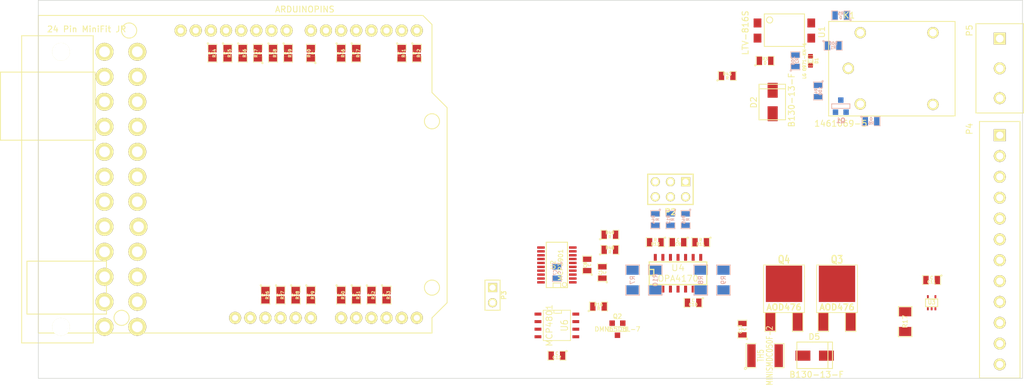
<source format=kicad_pcb>
(kicad_pcb (version 3) (host pcbnew "(2013-07-07 BZR 4022)-stable")

  (general
    (links 164)
    (no_connects 164)
    (area 121.869999 111.709999 287.070001 175.310001)
    (thickness 1.6)
    (drawings 4)
    (tracks 0)
    (zones 0)
    (modules 67)
    (nets 87)
  )

  (page USLedger)
  (title_block 
    (title BenchBudEE)
    (rev A)
    (company "Contextual Electronics")
  )

  (layers
    (15 F.Cu signal)
    (2 PWR power)
    (1 GND power)
    (0 B.Cu signal)
    (16 B.Adhes user)
    (17 F.Adhes user)
    (18 B.Paste user)
    (19 F.Paste user)
    (20 B.SilkS user)
    (21 F.SilkS user)
    (22 B.Mask user)
    (23 F.Mask user)
    (28 Edge.Cuts user)
  )

  (setup
    (last_trace_width 0.254)
    (user_trace_width 0.1524)
    (trace_clearance 0.254)
    (zone_clearance 0.508)
    (zone_45_only no)
    (trace_min 0.1524)
    (segment_width 0.2)
    (edge_width 0.1)
    (via_size 0.889)
    (via_drill 0.635)
    (via_min_size 0.508)
    (via_min_drill 0.3302)
    (user_via 0.508 0.3302)
    (uvia_size 0.508)
    (uvia_drill 0.127)
    (uvias_allowed no)
    (uvia_min_size 0.381)
    (uvia_min_drill 0.127)
    (pcb_text_width 0.3)
    (pcb_text_size 1.5 1.5)
    (mod_edge_width 0.15)
    (mod_text_size 1 1)
    (mod_text_width 0.15)
    (pad_size 0.381 1.397)
    (pad_drill 0)
    (pad_to_mask_clearance 0.254)
    (solder_mask_min_width 0.127)
    (aux_axis_origin 0 0)
    (visible_elements 7FFFFBFF)
    (pcbplotparams
      (layerselection 3178497)
      (usegerberextensions true)
      (excludeedgelayer true)
      (linewidth 0.150000)
      (plotframeref false)
      (viasonmask false)
      (mode 1)
      (useauxorigin false)
      (hpglpennumber 1)
      (hpglpenspeed 20)
      (hpglpendiameter 15)
      (hpglpenoverlay 2)
      (psnegative false)
      (psa4output false)
      (plotreference true)
      (plotvalue true)
      (plotothertext true)
      (plotinvisibletext false)
      (padsonsilk false)
      (subtractmaskfromsilk false)
      (outputformat 1)
      (mirror false)
      (drillshape 1)
      (scaleselection 1)
      (outputdirectory ""))
  )

  (net 0 "")
  (net 1 +12C)
  (net 2 +12P)
  (net 3 +12V)
  (net 4 +3.3V)
  (net 5 +5V)
  (net 6 -12V)
  (net 7 /Arduino/CURR_MEAS)
  (net 8 /Arduino/FAN_MODE)
  (net 9 /Arduino/FAN_PWM)
  (net 10 /Arduino/LED_EN_PWM)
  (net 11 /Arduino/MISO)
  (net 12 /Arduino/MOSI)
  (net 13 /Arduino/RELAY+)
  (net 14 /Arduino/RELAY-)
  (net 15 /Arduino/SCLK)
  (net 16 /Arduino/V+_ADJ_MON)
  (net 17 /Arduino/V-_ADJ_MON)
  (net 18 /Arduino/~DR)
  (net 19 /Arduino/~LDAC)
  (net 20 /Arduino/~RESET)
  (net 21 /Arduino/~SHDN)
  (net 22 /Fan/FAN_OUT+)
  (net 23 /Fan/FAN_OUT-)
  (net 24 /Fan/TACH_IN)
  (net 25 /LED_Driver/LED_STRING+)
  (net 26 /LED_Driver/LED_STRING-)
  (net 27 /PowerAdjustmentMonitor/V+_ADJ)
  (net 28 /PowerAdjustmentMonitor/V-_ADJ)
  (net 29 /Relay/RELAY_COM)
  (net 30 /Relay/RELAY_NC)
  (net 31 /Relay/RELAY_NO)
  (net 32 /Thermocouple/CH0+)
  (net 33 /Thermocouple/CH0-)
  (net 34 /Thermocouple/CH1+)
  (net 35 /Thermocouple/CH1-)
  (net 36 "/Thermocouple/TC IN +")
  (net 37 "/Thermocouple/TC IN -")
  (net 38 AGND)
  (net 39 GND)
  (net 40 N-00000101)
  (net 41 N-00000116)
  (net 42 N-00000121)
  (net 43 N-00000122)
  (net 44 N-00000123)
  (net 45 N-0000032)
  (net 46 N-0000033)
  (net 47 N-0000034)
  (net 48 N-0000035)
  (net 49 N-0000037)
  (net 50 N-0000039)
  (net 51 N-0000040)
  (net 52 N-0000041)
  (net 53 N-0000042)
  (net 54 N-0000044)
  (net 55 N-0000046)
  (net 56 N-0000047)
  (net 57 N-0000048)
  (net 58 N-0000049)
  (net 59 N-0000050)
  (net 60 N-0000052)
  (net 61 N-0000053)
  (net 62 N-0000055)
  (net 63 N-0000056)
  (net 64 N-0000057)
  (net 65 N-0000063)
  (net 66 N-0000064)
  (net 67 N-0000065)
  (net 68 N-0000066)
  (net 69 N-0000067)
  (net 70 N-0000070)
  (net 71 N-0000072)
  (net 72 N-0000073)
  (net 73 N-0000074)
  (net 74 N-0000075)
  (net 75 N-0000078)
  (net 76 N-0000079)
  (net 77 N-0000086)
  (net 78 N-0000087)
  (net 79 N-0000088)
  (net 80 N-0000089)
  (net 81 N-0000090)
  (net 82 N-0000091)
  (net 83 N-0000092)
  (net 84 N-0000093)
  (net 85 N-0000096)
  (net 86 N-0000097)

  (net_class Default "This is the default net class."
    (clearance 0.254)
    (trace_width 0.254)
    (via_dia 0.889)
    (via_drill 0.635)
    (uvia_dia 0.508)
    (uvia_drill 0.127)
    (add_net "")
    (add_net +12C)
    (add_net +12P)
    (add_net +12V)
    (add_net +3.3V)
    (add_net +5V)
    (add_net -12V)
    (add_net /Arduino/CURR_MEAS)
    (add_net /Arduino/FAN_MODE)
    (add_net /Arduino/FAN_PWM)
    (add_net /Arduino/LED_EN_PWM)
    (add_net /Arduino/MISO)
    (add_net /Arduino/MOSI)
    (add_net /Arduino/RELAY+)
    (add_net /Arduino/RELAY-)
    (add_net /Arduino/SCLK)
    (add_net /Arduino/V+_ADJ_MON)
    (add_net /Arduino/V-_ADJ_MON)
    (add_net /Arduino/~DR)
    (add_net /Arduino/~LDAC)
    (add_net /Arduino/~RESET)
    (add_net /Arduino/~SHDN)
    (add_net /Fan/FAN_OUT+)
    (add_net /Fan/FAN_OUT-)
    (add_net /Fan/TACH_IN)
    (add_net /LED_Driver/LED_STRING+)
    (add_net /LED_Driver/LED_STRING-)
    (add_net /PowerAdjustmentMonitor/V+_ADJ)
    (add_net /PowerAdjustmentMonitor/V-_ADJ)
    (add_net /Relay/RELAY_COM)
    (add_net /Relay/RELAY_NC)
    (add_net /Relay/RELAY_NO)
    (add_net /Thermocouple/CH0+)
    (add_net /Thermocouple/CH0-)
    (add_net /Thermocouple/CH1+)
    (add_net /Thermocouple/CH1-)
    (add_net "/Thermocouple/TC IN +")
    (add_net "/Thermocouple/TC IN -")
    (add_net AGND)
    (add_net GND)
    (add_net N-00000101)
    (add_net N-00000116)
    (add_net N-00000121)
    (add_net N-00000122)
    (add_net N-00000123)
    (add_net N-0000032)
    (add_net N-0000033)
    (add_net N-0000034)
    (add_net N-0000035)
    (add_net N-0000037)
    (add_net N-0000039)
    (add_net N-0000040)
    (add_net N-0000041)
    (add_net N-0000042)
    (add_net N-0000044)
    (add_net N-0000046)
    (add_net N-0000047)
    (add_net N-0000048)
    (add_net N-0000049)
    (add_net N-0000050)
    (add_net N-0000052)
    (add_net N-0000053)
    (add_net N-0000055)
    (add_net N-0000056)
    (add_net N-0000057)
    (add_net N-0000063)
    (add_net N-0000064)
    (add_net N-0000065)
    (add_net N-0000066)
    (add_net N-0000067)
    (add_net N-0000070)
    (add_net N-0000072)
    (add_net N-0000073)
    (add_net N-0000074)
    (add_net N-0000075)
    (add_net N-0000078)
    (add_net N-0000079)
    (add_net N-0000086)
    (add_net N-0000087)
    (add_net N-0000088)
    (add_net N-0000089)
    (add_net N-0000090)
    (add_net N-0000091)
    (add_net N-0000092)
    (add_net N-0000093)
    (add_net N-0000096)
    (add_net N-0000097)
  )

  (module TE-SPDT (layer F.Cu) (tedit 530585AB) (tstamp 53058605)
    (at 257.81 123.19)
    (path /52F2E418/52F67845)
    (fp_text reference K1 (at 0.127 -8.89) (layer F.SilkS)
      (effects (font (size 1 1) (thickness 0.15)))
    )
    (fp_text value 1461069-5 (at -1.27 9.271) (layer F.SilkS)
      (effects (font (size 1 1) (thickness 0.15)))
    )
    (fp_line (start -3.302 -7.874) (end -3.302 8.001) (layer F.SilkS) (width 0.15))
    (fp_line (start -3.302 8.001) (end 17.907 8.001) (layer F.SilkS) (width 0.15))
    (fp_line (start 17.907 8.001) (end 17.907 -7.874) (layer F.SilkS) (width 0.15))
    (fp_line (start 17.907 -7.874) (end -3.302 -7.874) (layer F.SilkS) (width 0.15))
    (pad 1 thru_hole circle (at 0 0) (size 1.905 1.905) (drill 1.27)
      (layers *.Cu *.Mask F.SilkS)
      (net 29 /Relay/RELAY_COM)
    )
    (pad 2 thru_hole circle (at 2.0066 -5.9944) (size 1.905 1.905) (drill 1.27)
      (layers *.Cu *.Mask F.SilkS)
      (net 77 N-0000086)
    )
    (pad 3 thru_hole circle (at 14.1986 -5.9944) (size 1.905 1.905) (drill 1.27)
      (layers *.Cu *.Mask F.SilkS)
      (net 31 /Relay/RELAY_NO)
    )
    (pad 4 thru_hole circle (at 14.1986 6.0706) (size 1.905 1.905) (drill 1.27)
      (layers *.Cu *.Mask F.SilkS)
      (net 30 /Relay/RELAY_NC)
    )
    (pad 5 thru_hole circle (at 2.0066 5.9944) (size 1.905 1.905) (drill 1.27)
      (layers *.Cu *.Mask F.SilkS)
      (net 84 N-0000093)
    )
  )

  (module SOT23EBC (layer B.Cu) (tedit 3F980186) (tstamp 53058610)
    (at 256.54 129.54)
    (descr "Module CMS SOT23 Transistore EBC")
    (tags "CMS SOT")
    (path /52F2E418/52F67382)
    (attr smd)
    (fp_text reference Q1 (at 0 2.413) (layer B.SilkS)
      (effects (font (size 0.762 0.762) (thickness 0.2032)) (justify mirror))
    )
    (fp_text value 2N3904 (at 0 0) (layer B.SilkS) hide
      (effects (font (size 0.762 0.762) (thickness 0.2032)) (justify mirror))
    )
    (fp_line (start -1.524 0.381) (end 1.524 0.381) (layer B.SilkS) (width 0.127))
    (fp_line (start 1.524 0.381) (end 1.524 -0.381) (layer B.SilkS) (width 0.127))
    (fp_line (start 1.524 -0.381) (end -1.524 -0.381) (layer B.SilkS) (width 0.127))
    (fp_line (start -1.524 -0.381) (end -1.524 0.381) (layer B.SilkS) (width 0.127))
    (pad 1 smd rect (at -0.889 1.016) (size 0.9144 0.9144)
      (layers B.Cu B.Paste B.Mask)
      (net 79 N-0000088)
    )
    (pad 2 smd rect (at 0.889 1.016) (size 0.9144 0.9144)
      (layers B.Cu B.Paste B.Mask)
      (net 80 N-0000089)
    )
    (pad 3 smd rect (at 0 -1.016) (size 0.9144 0.9144)
      (layers B.Cu B.Paste B.Mask)
      (net 84 N-0000093)
    )
    (model smd/cms_sot23.wrl
      (at (xyz 0 0 0))
      (scale (xyz 0.13 0.15 0.15))
      (rotate (xyz 0 0 0))
    )
  )

  (module SMA (layer F.Cu) (tedit 53058259) (tstamp 5305861B)
    (at 245.11 130.81 90)
    (path /52F2E418/52F67A2F)
    (fp_text reference D2 (at 1.905 -3.175 90) (layer F.SilkS)
      (effects (font (size 1 1) (thickness 0.15)))
    )
    (fp_text value B130-13-F (at 2.286 3.175 90) (layer F.SilkS)
      (effects (font (size 1 1) (thickness 0.15)))
    )
    (fp_line (start 4.191 -2.286) (end 4.191 2.159) (layer F.SilkS) (width 0.15))
    (fp_line (start -1.016 -2.286) (end -1.016 2.159) (layer F.SilkS) (width 0.15))
    (fp_line (start -1.016 2.159) (end 4.953 2.159) (layer F.SilkS) (width 0.15))
    (fp_line (start 4.953 2.159) (end 4.953 -2.286) (layer F.SilkS) (width 0.15))
    (fp_line (start 4.953 -2.286) (end -1.016 -2.286) (layer F.SilkS) (width 0.15))
    (pad 1 smd rect (at 0 0 90) (size 2.5 1.7)
      (layers F.Cu F.Paste F.Mask)
      (net 84 N-0000093)
    )
    (pad 2 smd rect (at 3.937 0 90) (size 2.5 1.7)
      (layers F.Cu F.Paste F.Mask)
      (net 77 N-0000086)
    )
  )

  (module SM0805 (layer B.Cu) (tedit 5091495C) (tstamp 53058628)
    (at 256.54 114.3 180)
    (path /52F2E418/53056E84)
    (attr smd)
    (fp_text reference R5 (at 0 0.3175 180) (layer B.SilkS)
      (effects (font (size 0.50038 0.50038) (thickness 0.10922)) (justify mirror))
    )
    (fp_text value 0 (at 0 -0.381 180) (layer B.SilkS)
      (effects (font (size 0.50038 0.50038) (thickness 0.10922)) (justify mirror))
    )
    (fp_circle (center -1.651 -0.762) (end -1.651 -0.635) (layer B.SilkS) (width 0.09906))
    (fp_line (start -0.508 -0.762) (end -1.524 -0.762) (layer B.SilkS) (width 0.09906))
    (fp_line (start -1.524 -0.762) (end -1.524 0.762) (layer B.SilkS) (width 0.09906))
    (fp_line (start -1.524 0.762) (end -0.508 0.762) (layer B.SilkS) (width 0.09906))
    (fp_line (start 0.508 0.762) (end 1.524 0.762) (layer B.SilkS) (width 0.09906))
    (fp_line (start 1.524 0.762) (end 1.524 -0.762) (layer B.SilkS) (width 0.09906))
    (fp_line (start 1.524 -0.762) (end 0.508 -0.762) (layer B.SilkS) (width 0.09906))
    (pad 1 smd rect (at -0.9525 0 180) (size 0.889 1.397)
      (layers B.Cu B.Paste B.Mask)
      (net 77 N-0000086)
    )
    (pad 2 smd rect (at 0.9525 0 180) (size 0.889 1.397)
      (layers B.Cu B.Paste B.Mask)
      (net 2 +12P)
    )
    (model smd/chip_cms.wrl
      (at (xyz 0 0 0))
      (scale (xyz 0.1 0.1 0.1))
      (rotate (xyz 0 0 0))
    )
  )

  (module SM0805 (layer F.Cu) (tedit 5091495C) (tstamp 53058635)
    (at 243.84 121.92)
    (path /52F2E418/53056E42)
    (attr smd)
    (fp_text reference R3 (at 0 -0.3175) (layer F.SilkS)
      (effects (font (size 0.50038 0.50038) (thickness 0.10922)))
    )
    (fp_text value 0 (at 0 0.381) (layer F.SilkS)
      (effects (font (size 0.50038 0.50038) (thickness 0.10922)))
    )
    (fp_circle (center -1.651 0.762) (end -1.651 0.635) (layer F.SilkS) (width 0.09906))
    (fp_line (start -0.508 0.762) (end -1.524 0.762) (layer F.SilkS) (width 0.09906))
    (fp_line (start -1.524 0.762) (end -1.524 -0.762) (layer F.SilkS) (width 0.09906))
    (fp_line (start -1.524 -0.762) (end -0.508 -0.762) (layer F.SilkS) (width 0.09906))
    (fp_line (start 0.508 -0.762) (end 1.524 -0.762) (layer F.SilkS) (width 0.09906))
    (fp_line (start 1.524 -0.762) (end 1.524 0.762) (layer F.SilkS) (width 0.09906))
    (fp_line (start 1.524 0.762) (end 0.508 0.762) (layer F.SilkS) (width 0.09906))
    (pad 1 smd rect (at -0.9525 0) (size 0.889 1.397)
      (layers F.Cu F.Paste F.Mask)
      (net 82 N-0000091)
    )
    (pad 2 smd rect (at 0.9525 0) (size 0.889 1.397)
      (layers F.Cu F.Paste F.Mask)
      (net 2 +12P)
    )
    (model smd/chip_cms.wrl
      (at (xyz 0 0 0))
      (scale (xyz 0.1 0.1 0.1))
      (rotate (xyz 0 0 0))
    )
  )

  (module SM0805 (layer B.Cu) (tedit 5091495C) (tstamp 53058642)
    (at 255.27 119.38)
    (path /52F2E418/52F679BD)
    (attr smd)
    (fp_text reference R1 (at 0 0.3175) (layer B.SilkS)
      (effects (font (size 0.50038 0.50038) (thickness 0.10922)) (justify mirror))
    )
    (fp_text value 500 (at 0 -0.381) (layer B.SilkS)
      (effects (font (size 0.50038 0.50038) (thickness 0.10922)) (justify mirror))
    )
    (fp_circle (center -1.651 -0.762) (end -1.651 -0.635) (layer B.SilkS) (width 0.09906))
    (fp_line (start -0.508 -0.762) (end -1.524 -0.762) (layer B.SilkS) (width 0.09906))
    (fp_line (start -1.524 -0.762) (end -1.524 0.762) (layer B.SilkS) (width 0.09906))
    (fp_line (start -1.524 0.762) (end -0.508 0.762) (layer B.SilkS) (width 0.09906))
    (fp_line (start 0.508 0.762) (end 1.524 0.762) (layer B.SilkS) (width 0.09906))
    (fp_line (start 1.524 0.762) (end 1.524 -0.762) (layer B.SilkS) (width 0.09906))
    (fp_line (start 1.524 -0.762) (end 0.508 -0.762) (layer B.SilkS) (width 0.09906))
    (pad 1 smd rect (at -0.9525 0) (size 0.889 1.397)
      (layers B.Cu B.Paste B.Mask)
      (net 14 /Arduino/RELAY-)
    )
    (pad 2 smd rect (at 0.9525 0) (size 0.889 1.397)
      (layers B.Cu B.Paste B.Mask)
      (net 83 N-0000092)
    )
    (model smd/chip_cms.wrl
      (at (xyz 0 0 0))
      (scale (xyz 0.1 0.1 0.1))
      (rotate (xyz 0 0 0))
    )
  )

  (module SM0805 (layer B.Cu) (tedit 5091495C) (tstamp 5305864F)
    (at 248.92 121.92 90)
    (path /52F2E418/52F67935)
    (attr smd)
    (fp_text reference R2 (at 0 0.3175 90) (layer B.SilkS)
      (effects (font (size 0.50038 0.50038) (thickness 0.10922)) (justify mirror))
    )
    (fp_text value 200 (at 0 -0.381 90) (layer B.SilkS)
      (effects (font (size 0.50038 0.50038) (thickness 0.10922)) (justify mirror))
    )
    (fp_circle (center -1.651 -0.762) (end -1.651 -0.635) (layer B.SilkS) (width 0.09906))
    (fp_line (start -0.508 -0.762) (end -1.524 -0.762) (layer B.SilkS) (width 0.09906))
    (fp_line (start -1.524 -0.762) (end -1.524 0.762) (layer B.SilkS) (width 0.09906))
    (fp_line (start -1.524 0.762) (end -0.508 0.762) (layer B.SilkS) (width 0.09906))
    (fp_line (start 0.508 0.762) (end 1.524 0.762) (layer B.SilkS) (width 0.09906))
    (fp_line (start 1.524 0.762) (end 1.524 -0.762) (layer B.SilkS) (width 0.09906))
    (fp_line (start 1.524 -0.762) (end 0.508 -0.762) (layer B.SilkS) (width 0.09906))
    (pad 1 smd rect (at -0.9525 0 90) (size 0.889 1.397)
      (layers B.Cu B.Paste B.Mask)
      (net 81 N-0000090)
    )
    (pad 2 smd rect (at 0.9525 0 90) (size 0.889 1.397)
      (layers B.Cu B.Paste B.Mask)
      (net 39 GND)
    )
    (model smd/chip_cms.wrl
      (at (xyz 0 0 0))
      (scale (xyz 0.1 0.1 0.1))
      (rotate (xyz 0 0 0))
    )
  )

  (module SM0805 (layer B.Cu) (tedit 5091495C) (tstamp 5305865C)
    (at 261.62 132.08)
    (path /52F2E418/52F678EA)
    (attr smd)
    (fp_text reference R6 (at 0 0.3175) (layer B.SilkS)
      (effects (font (size 0.50038 0.50038) (thickness 0.10922)) (justify mirror))
    )
    (fp_text value 0 (at 0 -0.381) (layer B.SilkS)
      (effects (font (size 0.50038 0.50038) (thickness 0.10922)) (justify mirror))
    )
    (fp_circle (center -1.651 -0.762) (end -1.651 -0.635) (layer B.SilkS) (width 0.09906))
    (fp_line (start -0.508 -0.762) (end -1.524 -0.762) (layer B.SilkS) (width 0.09906))
    (fp_line (start -1.524 -0.762) (end -1.524 0.762) (layer B.SilkS) (width 0.09906))
    (fp_line (start -1.524 0.762) (end -0.508 0.762) (layer B.SilkS) (width 0.09906))
    (fp_line (start 0.508 0.762) (end 1.524 0.762) (layer B.SilkS) (width 0.09906))
    (fp_line (start 1.524 0.762) (end 1.524 -0.762) (layer B.SilkS) (width 0.09906))
    (fp_line (start 1.524 -0.762) (end 0.508 -0.762) (layer B.SilkS) (width 0.09906))
    (pad 1 smd rect (at -0.9525 0) (size 0.889 1.397)
      (layers B.Cu B.Paste B.Mask)
      (net 79 N-0000088)
    )
    (pad 2 smd rect (at 0.9525 0) (size 0.889 1.397)
      (layers B.Cu B.Paste B.Mask)
      (net 39 GND)
    )
    (model smd/chip_cms.wrl
      (at (xyz 0 0 0))
      (scale (xyz 0.1 0.1 0.1))
      (rotate (xyz 0 0 0))
    )
  )

  (module SM0805 (layer B.Cu) (tedit 5091495C) (tstamp 53058669)
    (at 252.73 127 270)
    (path /52F2E418/52F67373)
    (attr smd)
    (fp_text reference R4 (at 0 0.3175 270) (layer B.SilkS)
      (effects (font (size 0.50038 0.50038) (thickness 0.10922)) (justify mirror))
    )
    (fp_text value 100 (at 0 -0.381 270) (layer B.SilkS)
      (effects (font (size 0.50038 0.50038) (thickness 0.10922)) (justify mirror))
    )
    (fp_circle (center -1.651 -0.762) (end -1.651 -0.635) (layer B.SilkS) (width 0.09906))
    (fp_line (start -0.508 -0.762) (end -1.524 -0.762) (layer B.SilkS) (width 0.09906))
    (fp_line (start -1.524 -0.762) (end -1.524 0.762) (layer B.SilkS) (width 0.09906))
    (fp_line (start -1.524 0.762) (end -0.508 0.762) (layer B.SilkS) (width 0.09906))
    (fp_line (start 0.508 0.762) (end 1.524 0.762) (layer B.SilkS) (width 0.09906))
    (fp_line (start 1.524 0.762) (end 1.524 -0.762) (layer B.SilkS) (width 0.09906))
    (fp_line (start 1.524 -0.762) (end 0.508 -0.762) (layer B.SilkS) (width 0.09906))
    (pad 1 smd rect (at -0.9525 0 270) (size 0.889 1.397)
      (layers B.Cu B.Paste B.Mask)
      (net 78 N-0000087)
    )
    (pad 2 smd rect (at 0.9525 0 270) (size 0.889 1.397)
      (layers B.Cu B.Paste B.Mask)
      (net 80 N-0000089)
    )
    (model smd/chip_cms.wrl
      (at (xyz 0 0 0))
      (scale (xyz 0.1 0.1 0.1))
      (rotate (xyz 0 0 0))
    )
  )

  (module LED-0603 (layer F.Cu) (tedit 4E16AFB4) (tstamp 53058685)
    (at 251.46 121.92 270)
    (descr "LED 0603 smd package")
    (tags "LED led 0603 SMD smd SMT smt smdled SMDLED smtled SMTLED")
    (path /52F2E418/52F6739B)
    (attr smd)
    (fp_text reference D1 (at 0 -1.016 270) (layer F.SilkS)
      (effects (font (size 0.508 0.508) (thickness 0.127)))
    )
    (fp_text value "LG Q971-KN-1" (at 0 1.016 270) (layer F.SilkS)
      (effects (font (size 0.508 0.508) (thickness 0.127)))
    )
    (fp_line (start 0.44958 -0.44958) (end 0.44958 0.44958) (layer F.SilkS) (width 0.06604))
    (fp_line (start 0.44958 0.44958) (end 0.84836 0.44958) (layer F.SilkS) (width 0.06604))
    (fp_line (start 0.84836 -0.44958) (end 0.84836 0.44958) (layer F.SilkS) (width 0.06604))
    (fp_line (start 0.44958 -0.44958) (end 0.84836 -0.44958) (layer F.SilkS) (width 0.06604))
    (fp_line (start -0.84836 -0.44958) (end -0.84836 0.44958) (layer F.SilkS) (width 0.06604))
    (fp_line (start -0.84836 0.44958) (end -0.44958 0.44958) (layer F.SilkS) (width 0.06604))
    (fp_line (start -0.44958 -0.44958) (end -0.44958 0.44958) (layer F.SilkS) (width 0.06604))
    (fp_line (start -0.84836 -0.44958) (end -0.44958 -0.44958) (layer F.SilkS) (width 0.06604))
    (fp_line (start 0 -0.44958) (end 0 -0.29972) (layer F.SilkS) (width 0.06604))
    (fp_line (start 0 -0.29972) (end 0.29972 -0.29972) (layer F.SilkS) (width 0.06604))
    (fp_line (start 0.29972 -0.44958) (end 0.29972 -0.29972) (layer F.SilkS) (width 0.06604))
    (fp_line (start 0 -0.44958) (end 0.29972 -0.44958) (layer F.SilkS) (width 0.06604))
    (fp_line (start 0 0.29972) (end 0 0.44958) (layer F.SilkS) (width 0.06604))
    (fp_line (start 0 0.44958) (end 0.29972 0.44958) (layer F.SilkS) (width 0.06604))
    (fp_line (start 0.29972 0.29972) (end 0.29972 0.44958) (layer F.SilkS) (width 0.06604))
    (fp_line (start 0 0.29972) (end 0.29972 0.29972) (layer F.SilkS) (width 0.06604))
    (fp_line (start 0 -0.14986) (end 0 0.14986) (layer F.SilkS) (width 0.06604))
    (fp_line (start 0 0.14986) (end 0.29972 0.14986) (layer F.SilkS) (width 0.06604))
    (fp_line (start 0.29972 -0.14986) (end 0.29972 0.14986) (layer F.SilkS) (width 0.06604))
    (fp_line (start 0 -0.14986) (end 0.29972 -0.14986) (layer F.SilkS) (width 0.06604))
    (fp_line (start 0.44958 -0.39878) (end -0.44958 -0.39878) (layer F.SilkS) (width 0.1016))
    (fp_line (start 0.44958 0.39878) (end -0.44958 0.39878) (layer F.SilkS) (width 0.1016))
    (pad 1 smd rect (at -0.7493 0 270) (size 0.79756 0.79756)
      (layers F.Cu F.Paste F.Mask)
      (net 78 N-0000087)
    )
    (pad 2 smd rect (at 0.7493 0 270) (size 0.79756 0.79756)
      (layers F.Cu F.Paste F.Mask)
      (net 81 N-0000090)
    )
  )

  (module 4-SMD (layer F.Cu) (tedit 53058213) (tstamp 53058692)
    (at 242.57 115.57 270)
    (path /52F2E418/53056D08)
    (fp_text reference U1 (at 1.524 -10.795 270) (layer F.SilkS)
      (effects (font (size 1 1) (thickness 0.15)))
    )
    (fp_text value LTV-816S (at 1.651 2.032 270) (layer F.SilkS)
      (effects (font (size 1 1) (thickness 0.15)))
    )
    (fp_circle (center -0.508 -2.032) (end 0 -2.159) (layer F.SilkS) (width 0.15))
    (fp_line (start -1.524 -7.874) (end 3.937 -7.874) (layer F.SilkS) (width 0.15))
    (fp_line (start -1.524 -1.143) (end 3.937 -1.143) (layer F.SilkS) (width 0.15))
    (fp_line (start 3.937 -1.143) (end 3.937 -7.874) (layer F.SilkS) (width 0.15))
    (fp_line (start -1.524 -7.874) (end -1.524 -1.143) (layer F.SilkS) (width 0.15))
    (pad 1 smd rect (at 0 0 270) (size 1.5 1.3)
      (layers F.Cu F.Paste F.Mask)
      (net 13 /Arduino/RELAY+)
    )
    (pad 2 smd rect (at 2.54 0 270) (size 1.5 1.3)
      (layers F.Cu F.Paste F.Mask)
      (net 83 N-0000092)
    )
    (pad 3 smd rect (at 2.54 -9.017 270) (size 1.5 1.3)
      (layers F.Cu F.Paste F.Mask)
      (net 78 N-0000087)
    )
    (pad 4 smd rect (at 0 -9.017 270) (size 1.5 1.3)
      (layers F.Cu F.Paste F.Mask)
      (net 82 N-0000091)
    )
  )

  (module SSOP20 (layer F.Cu) (tedit 48B5A104) (tstamp 5306B09D)
    (at 208.915 156.21 90)
    (descr "SSOP 20 pins")
    (tags "CMS SSOP SMD")
    (path /52F2E40C/5306AE50)
    (attr smd)
    (fp_text reference U2 (at 0 -0.635 90) (layer F.SilkS)
      (effects (font (size 0.762 0.762) (thickness 0.127)))
    )
    (fp_text value MCP3901 (at 0 0.635 90) (layer F.SilkS)
      (effects (font (size 0.762 0.762) (thickness 0.127)))
    )
    (fp_line (start 3.81 -1.778) (end -3.81 -1.778) (layer F.SilkS) (width 0.1651))
    (fp_line (start -3.81 1.778) (end 3.81 1.778) (layer F.SilkS) (width 0.1651))
    (fp_line (start 3.81 -1.778) (end 3.81 1.778) (layer F.SilkS) (width 0.1651))
    (fp_line (start -3.81 1.778) (end -3.81 -1.778) (layer F.SilkS) (width 0.1524))
    (fp_circle (center -3.302 1.27) (end -3.556 1.016) (layer F.SilkS) (width 0.127))
    (fp_line (start -3.81 -0.635) (end -3.048 -0.635) (layer F.SilkS) (width 0.127))
    (fp_line (start -3.048 -0.635) (end -3.048 0.635) (layer F.SilkS) (width 0.127))
    (fp_line (start -3.048 0.635) (end -3.81 0.635) (layer F.SilkS) (width 0.127))
    (pad 1 smd rect (at -2.921 2.667 90) (size 0.4064 1.27)
      (layers F.Cu F.Paste F.Mask)
      (net 20 /Arduino/~RESET)
    )
    (pad 2 smd rect (at -2.286 2.667 90) (size 0.4064 1.27)
      (layers F.Cu F.Paste F.Mask)
      (net 5 +5V)
    )
    (pad 3 smd rect (at -1.6256 2.667 90) (size 0.4064 1.27)
      (layers F.Cu F.Paste F.Mask)
      (net 5 +5V)
    )
    (pad 4 smd rect (at -0.9652 2.667 90) (size 0.4064 1.27)
      (layers F.Cu F.Paste F.Mask)
      (net 32 /Thermocouple/CH0+)
    )
    (pad 5 smd rect (at -0.3302 2.667 90) (size 0.4064 1.27)
      (layers F.Cu F.Paste F.Mask)
      (net 33 /Thermocouple/CH0-)
    )
    (pad 6 smd rect (at 0.3302 2.667 90) (size 0.4064 1.27)
      (layers F.Cu F.Paste F.Mask)
      (net 35 /Thermocouple/CH1-)
    )
    (pad 7 smd rect (at 0.9906 2.667 90) (size 0.4064 1.27)
      (layers F.Cu F.Paste F.Mask)
      (net 34 /Thermocouple/CH1+)
    )
    (pad 8 smd rect (at 1.6256 2.667 90) (size 0.4064 1.27)
      (layers F.Cu F.Paste F.Mask)
      (net 38 AGND)
    )
    (pad 9 smd rect (at 2.286 2.667 90) (size 0.4064 1.27)
      (layers F.Cu F.Paste F.Mask)
    )
    (pad 10 smd rect (at 2.921 2.667 90) (size 0.4064 1.27)
      (layers F.Cu F.Paste F.Mask)
    )
    (pad 11 smd rect (at 2.921 -2.667 90) (size 0.4064 1.27)
      (layers F.Cu F.Paste F.Mask)
      (net 38 AGND)
    )
    (pad 12 smd rect (at 2.286 -2.667 90) (size 0.4064 1.27)
      (layers F.Cu F.Paste F.Mask)
      (net 75 N-0000078)
    )
    (pad 13 smd rect (at 1.6256 -2.667 90) (size 0.4064 1.27)
      (layers F.Cu F.Paste F.Mask)
      (net 76 N-0000079)
    )
    (pad 14 smd rect (at 0.9906 -2.667 90) (size 0.4064 1.27)
      (layers F.Cu F.Paste F.Mask)
      (net 18 /Arduino/~DR)
    )
    (pad 15 smd rect (at 0.3302 -2.667 90) (size 0.4064 1.27)
      (layers F.Cu F.Paste F.Mask)
    )
    (pad 16 smd rect (at -0.3302 -2.667 90) (size 0.4064 1.27)
      (layers F.Cu F.Paste F.Mask)
    )
    (pad 17 smd rect (at -0.9652 -2.667 90) (size 0.4064 1.27)
      (layers F.Cu F.Paste F.Mask)
    )
    (pad 18 smd rect (at -1.6256 -2.667 90) (size 0.4064 1.27)
      (layers F.Cu F.Paste F.Mask)
      (net 15 /Arduino/SCLK)
    )
    (pad 19 smd rect (at -2.286 -2.667 90) (size 0.4064 1.27)
      (layers F.Cu F.Paste F.Mask)
      (net 11 /Arduino/MISO)
    )
    (pad 20 smd rect (at -2.921 -2.667 90) (size 0.4064 1.27)
      (layers F.Cu F.Paste F.Mask)
      (net 12 /Arduino/MOSI)
    )
    (model smd/cms_so20.wrl
      (at (xyz 0 0 0))
      (scale (xyz 0.255 0.33 0.3))
      (rotate (xyz 0 0 0))
    )
  )

  (module SOT353 (layer F.Cu) (tedit 503FB44B) (tstamp 5306B0AA)
    (at 271.78 162.56 90)
    (descr SOT353)
    (path /52F2E40C/5306C180)
    (attr smd)
    (fp_text reference U3 (at 0.09906 0 180) (layer F.SilkS)
      (effects (font (size 0.762 0.635) (thickness 0.127)))
    )
    (fp_text value LMT84 (at 0.09906 0 180) (layer F.SilkS) hide
      (effects (font (size 0.762 0.635) (thickness 0.127)))
    )
    (fp_line (start 0.635 1.016) (end 0.635 -1.016) (layer F.SilkS) (width 0.1524))
    (fp_line (start 0.635 -1.016) (end -0.635 -1.016) (layer F.SilkS) (width 0.1524))
    (fp_line (start -0.635 -1.016) (end -0.635 1.016) (layer F.SilkS) (width 0.1524))
    (fp_line (start -0.635 1.016) (end 0.635 1.016) (layer F.SilkS) (width 0.1524))
    (pad 1 smd rect (at -1.016 -0.635 90) (size 0.508 0.3048)
      (layers F.Cu F.Paste F.Mask)
      (net 38 AGND)
    )
    (pad 3 smd rect (at -1.016 0.635 90) (size 0.508 0.3048)
      (layers F.Cu F.Paste F.Mask)
      (net 34 /Thermocouple/CH1+)
    )
    (pad 5 smd rect (at 1.016 -0.635 90) (size 0.508 0.3048)
      (layers F.Cu F.Paste F.Mask)
      (net 38 AGND)
    )
    (pad 2 smd rect (at -1.016 0 90) (size 0.508 0.3048)
      (layers F.Cu F.Paste F.Mask)
      (net 38 AGND)
    )
    (pad 4 smd rect (at 1.016 0.635 90) (size 0.508 0.3048)
      (layers F.Cu F.Paste F.Mask)
      (net 5 +5V)
    )
    (model smd/SOT23_5.wrl
      (at (xyz 0 0 0))
      (scale (xyz 0.07000000000000001 0.09 0.08))
      (rotate (xyz 0 0 90))
    )
  )

  (module SO14E (layer F.Cu) (tedit 42806FBF) (tstamp 5306B0C3)
    (at 229.235 157.48)
    (descr "module CMS SOJ 14 pins etroit")
    (tags "CMS SOJ")
    (path /52F2E477/52F44453)
    (attr smd)
    (fp_text reference U4 (at 0 -0.762) (layer F.SilkS)
      (effects (font (size 1.016 1.143) (thickness 0.127)))
    )
    (fp_text value OPA4170 (at 0 1.016) (layer F.SilkS)
      (effects (font (size 1.016 1.016) (thickness 0.127)))
    )
    (fp_line (start -4.826 -1.778) (end 4.826 -1.778) (layer F.SilkS) (width 0.2032))
    (fp_line (start 4.826 -1.778) (end 4.826 2.032) (layer F.SilkS) (width 0.2032))
    (fp_line (start 4.826 2.032) (end -4.826 2.032) (layer F.SilkS) (width 0.2032))
    (fp_line (start -4.826 2.032) (end -4.826 -1.778) (layer F.SilkS) (width 0.2032))
    (fp_line (start -4.826 -0.508) (end -4.064 -0.508) (layer F.SilkS) (width 0.2032))
    (fp_line (start -4.064 -0.508) (end -4.064 0.508) (layer F.SilkS) (width 0.2032))
    (fp_line (start -4.064 0.508) (end -4.826 0.508) (layer F.SilkS) (width 0.2032))
    (pad 1 smd rect (at -3.81 2.794) (size 0.508 1.143)
      (layers F.Cu F.Paste F.Mask)
      (net 32 /Thermocouple/CH0+)
    )
    (pad 2 smd rect (at -2.54 2.794) (size 0.508 1.143)
      (layers F.Cu F.Paste F.Mask)
      (net 73 N-0000074)
    )
    (pad 3 smd rect (at -1.27 2.794) (size 0.508 1.143)
      (layers F.Cu F.Paste F.Mask)
      (net 74 N-0000075)
    )
    (pad 4 smd rect (at 0 2.794) (size 0.508 1.143)
      (layers F.Cu F.Paste F.Mask)
      (net 3 +12V)
    )
    (pad 5 smd rect (at 1.27 2.794) (size 0.508 1.143)
      (layers F.Cu F.Paste F.Mask)
      (net 44 N-00000123)
    )
    (pad 6 smd rect (at 2.54 2.794) (size 0.508 1.143)
      (layers F.Cu F.Paste F.Mask)
      (net 7 /Arduino/CURR_MEAS)
    )
    (pad 7 smd rect (at 3.81 2.794) (size 0.508 1.143)
      (layers F.Cu F.Paste F.Mask)
      (net 43 N-00000122)
    )
    (pad 8 smd rect (at 3.81 -2.54) (size 0.508 1.143)
      (layers F.Cu F.Paste F.Mask)
      (net 72 N-0000073)
    )
    (pad 9 smd rect (at 2.54 -2.54) (size 0.508 1.143)
      (layers F.Cu F.Paste F.Mask)
      (net 67 N-0000065)
    )
    (pad 10 smd rect (at 1.27 -2.54) (size 0.508 1.143)
      (layers F.Cu F.Paste F.Mask)
      (net 36 "/Thermocouple/TC IN +")
    )
    (pad 11 smd rect (at 0 -2.54) (size 0.508 1.143)
      (layers F.Cu F.Paste F.Mask)
      (net 6 -12V)
    )
    (pad 12 smd rect (at -1.27 -2.54) (size 0.508 1.143)
      (layers F.Cu F.Paste F.Mask)
      (net 37 "/Thermocouple/TC IN -")
    )
    (pad 13 smd rect (at -2.54 -2.54) (size 0.508 1.143)
      (layers F.Cu F.Paste F.Mask)
      (net 70 N-0000070)
    )
    (pad 14 smd rect (at -3.81 -2.54) (size 0.508 1.143)
      (layers F.Cu F.Paste F.Mask)
      (net 71 N-0000072)
    )
    (model smd/cms_so14.wrl
      (at (xyz 0 0 0))
      (scale (xyz 0.5 0.3 0.5))
      (rotate (xyz 0 0 0))
    )
  )

  (module SM1206 (layer B.Cu) (tedit 42806E24) (tstamp 5306CFC8)
    (at 236.855 158.75 90)
    (path /52F2E40C/52F329D3)
    (attr smd)
    (fp_text reference R9 (at 0 0 90) (layer B.SilkS)
      (effects (font (size 0.762 0.762) (thickness 0.127)) (justify mirror))
    )
    (fp_text value R (at 0 0 90) (layer B.SilkS) hide
      (effects (font (size 0.762 0.762) (thickness 0.127)) (justify mirror))
    )
    (fp_line (start -2.54 1.143) (end -2.54 -1.143) (layer B.SilkS) (width 0.127))
    (fp_line (start -2.54 -1.143) (end -0.889 -1.143) (layer B.SilkS) (width 0.127))
    (fp_line (start 0.889 1.143) (end 2.54 1.143) (layer B.SilkS) (width 0.127))
    (fp_line (start 2.54 1.143) (end 2.54 -1.143) (layer B.SilkS) (width 0.127))
    (fp_line (start 2.54 -1.143) (end 0.889 -1.143) (layer B.SilkS) (width 0.127))
    (fp_line (start -0.889 1.143) (end -2.54 1.143) (layer B.SilkS) (width 0.127))
    (pad 1 smd rect (at -1.651 0 90) (size 1.524 2.032)
      (layers B.Cu B.Paste B.Mask)
      (net 73 N-0000074)
    )
    (pad 2 smd rect (at 1.651 0 90) (size 1.524 2.032)
      (layers B.Cu B.Paste B.Mask)
      (net 72 N-0000073)
    )
    (model smd/chip_cms.wrl
      (at (xyz 0 0 0))
      (scale (xyz 0.17 0.16 0.16))
      (rotate (xyz 0 0 0))
    )
  )

  (module SM1206 (layer B.Cu) (tedit 42806E24) (tstamp 5306CFD4)
    (at 221.615 158.75 270)
    (path /52F2E40C/52F329D9)
    (attr smd)
    (fp_text reference R7 (at 0 0 270) (layer B.SilkS)
      (effects (font (size 0.762 0.762) (thickness 0.127)) (justify mirror))
    )
    (fp_text value R (at 0 0 270) (layer B.SilkS) hide
      (effects (font (size 0.762 0.762) (thickness 0.127)) (justify mirror))
    )
    (fp_line (start -2.54 1.143) (end -2.54 -1.143) (layer B.SilkS) (width 0.127))
    (fp_line (start -2.54 -1.143) (end -0.889 -1.143) (layer B.SilkS) (width 0.127))
    (fp_line (start 0.889 1.143) (end 2.54 1.143) (layer B.SilkS) (width 0.127))
    (fp_line (start 2.54 1.143) (end 2.54 -1.143) (layer B.SilkS) (width 0.127))
    (fp_line (start 2.54 -1.143) (end 0.889 -1.143) (layer B.SilkS) (width 0.127))
    (fp_line (start -0.889 1.143) (end -2.54 1.143) (layer B.SilkS) (width 0.127))
    (pad 1 smd rect (at -1.651 0 270) (size 1.524 2.032)
      (layers B.Cu B.Paste B.Mask)
      (net 32 /Thermocouple/CH0+)
    )
    (pad 2 smd rect (at 1.651 0 270) (size 1.524 2.032)
      (layers B.Cu B.Paste B.Mask)
      (net 73 N-0000074)
    )
    (model smd/chip_cms.wrl
      (at (xyz 0 0 0))
      (scale (xyz 0.17 0.16 0.16))
      (rotate (xyz 0 0 0))
    )
  )

  (module SM1206 (layer B.Cu) (tedit 42806E24) (tstamp 5306CFE0)
    (at 233.045 158.75 90)
    (path /52F2E40C/52F329DF)
    (attr smd)
    (fp_text reference R8 (at 0 0 90) (layer B.SilkS)
      (effects (font (size 0.762 0.762) (thickness 0.127)) (justify mirror))
    )
    (fp_text value R (at 0 0 90) (layer B.SilkS) hide
      (effects (font (size 0.762 0.762) (thickness 0.127)) (justify mirror))
    )
    (fp_line (start -2.54 1.143) (end -2.54 -1.143) (layer B.SilkS) (width 0.127))
    (fp_line (start -2.54 -1.143) (end -0.889 -1.143) (layer B.SilkS) (width 0.127))
    (fp_line (start 0.889 1.143) (end 2.54 1.143) (layer B.SilkS) (width 0.127))
    (fp_line (start 2.54 1.143) (end 2.54 -1.143) (layer B.SilkS) (width 0.127))
    (fp_line (start 2.54 -1.143) (end 0.889 -1.143) (layer B.SilkS) (width 0.127))
    (fp_line (start -0.889 1.143) (end -2.54 1.143) (layer B.SilkS) (width 0.127))
    (pad 1 smd rect (at -1.651 0 90) (size 1.524 2.032)
      (layers B.Cu B.Paste B.Mask)
      (net 38 AGND)
    )
    (pad 2 smd rect (at 1.651 0 90) (size 1.524 2.032)
      (layers B.Cu B.Paste B.Mask)
      (net 74 N-0000075)
    )
    (model smd/chip_cms.wrl
      (at (xyz 0 0 0))
      (scale (xyz 0.17 0.16 0.16))
      (rotate (xyz 0 0 0))
    )
  )

  (module SM1206 (layer B.Cu) (tedit 42806E24) (tstamp 5306CFEC)
    (at 225.425 158.75 90)
    (path /52F2E40C/52F329EF)
    (attr smd)
    (fp_text reference R10 (at 0 0 90) (layer B.SilkS)
      (effects (font (size 0.762 0.762) (thickness 0.127)) (justify mirror))
    )
    (fp_text value R (at 0 0 90) (layer B.SilkS) hide
      (effects (font (size 0.762 0.762) (thickness 0.127)) (justify mirror))
    )
    (fp_line (start -2.54 1.143) (end -2.54 -1.143) (layer B.SilkS) (width 0.127))
    (fp_line (start -2.54 -1.143) (end -0.889 -1.143) (layer B.SilkS) (width 0.127))
    (fp_line (start 0.889 1.143) (end 2.54 1.143) (layer B.SilkS) (width 0.127))
    (fp_line (start 2.54 1.143) (end 2.54 -1.143) (layer B.SilkS) (width 0.127))
    (fp_line (start 2.54 -1.143) (end 0.889 -1.143) (layer B.SilkS) (width 0.127))
    (fp_line (start -0.889 1.143) (end -2.54 1.143) (layer B.SilkS) (width 0.127))
    (pad 1 smd rect (at -1.651 0 90) (size 1.524 2.032)
      (layers B.Cu B.Paste B.Mask)
      (net 74 N-0000075)
    )
    (pad 2 smd rect (at 1.651 0 90) (size 1.524 2.032)
      (layers B.Cu B.Paste B.Mask)
      (net 71 N-0000072)
    )
    (model smd/chip_cms.wrl
      (at (xyz 0 0 0))
      (scale (xyz 0.17 0.16 0.16))
      (rotate (xyz 0 0 0))
    )
  )

  (module SM0805 (layer B.Cu) (tedit 5091495C) (tstamp 5306CFF9)
    (at 225.425 148.59 270)
    (path /52F2E40C/5306B170)
    (attr smd)
    (fp_text reference R44 (at 0 0.3175 270) (layer B.SilkS)
      (effects (font (size 0.50038 0.50038) (thickness 0.10922)) (justify mirror))
    )
    (fp_text value R (at 0 -0.381 270) (layer B.SilkS)
      (effects (font (size 0.50038 0.50038) (thickness 0.10922)) (justify mirror))
    )
    (fp_circle (center -1.651 -0.762) (end -1.651 -0.635) (layer B.SilkS) (width 0.09906))
    (fp_line (start -0.508 -0.762) (end -1.524 -0.762) (layer B.SilkS) (width 0.09906))
    (fp_line (start -1.524 -0.762) (end -1.524 0.762) (layer B.SilkS) (width 0.09906))
    (fp_line (start -1.524 0.762) (end -0.508 0.762) (layer B.SilkS) (width 0.09906))
    (fp_line (start 0.508 0.762) (end 1.524 0.762) (layer B.SilkS) (width 0.09906))
    (fp_line (start 1.524 0.762) (end 1.524 -0.762) (layer B.SilkS) (width 0.09906))
    (fp_line (start 1.524 -0.762) (end 0.508 -0.762) (layer B.SilkS) (width 0.09906))
    (pad 1 smd rect (at -0.9525 0 270) (size 0.889 1.397)
      (layers B.Cu B.Paste B.Mask)
      (net 69 N-0000067)
    )
    (pad 2 smd rect (at 0.9525 0 270) (size 0.889 1.397)
      (layers B.Cu B.Paste B.Mask)
      (net 70 N-0000070)
    )
    (model smd/chip_cms.wrl
      (at (xyz 0 0 0))
      (scale (xyz 0.1 0.1 0.1))
      (rotate (xyz 0 0 0))
    )
  )

  (module SM0805 (layer F.Cu) (tedit 5091495C) (tstamp 5306D006)
    (at 216.535 157.48 90)
    (path /52F2E40C/52F3298A)
    (attr smd)
    (fp_text reference C1 (at 0 -0.3175 90) (layer F.SilkS)
      (effects (font (size 0.50038 0.50038) (thickness 0.10922)))
    )
    (fp_text value C (at 0 0.381 90) (layer F.SilkS)
      (effects (font (size 0.50038 0.50038) (thickness 0.10922)))
    )
    (fp_circle (center -1.651 0.762) (end -1.651 0.635) (layer F.SilkS) (width 0.09906))
    (fp_line (start -0.508 0.762) (end -1.524 0.762) (layer F.SilkS) (width 0.09906))
    (fp_line (start -1.524 0.762) (end -1.524 -0.762) (layer F.SilkS) (width 0.09906))
    (fp_line (start -1.524 -0.762) (end -0.508 -0.762) (layer F.SilkS) (width 0.09906))
    (fp_line (start 0.508 -0.762) (end 1.524 -0.762) (layer F.SilkS) (width 0.09906))
    (fp_line (start 1.524 -0.762) (end 1.524 0.762) (layer F.SilkS) (width 0.09906))
    (fp_line (start 1.524 0.762) (end 0.508 0.762) (layer F.SilkS) (width 0.09906))
    (pad 1 smd rect (at -0.9525 0 90) (size 0.889 1.397)
      (layers F.Cu F.Paste F.Mask)
      (net 32 /Thermocouple/CH0+)
    )
    (pad 2 smd rect (at 0.9525 0 90) (size 0.889 1.397)
      (layers F.Cu F.Paste F.Mask)
      (net 33 /Thermocouple/CH0-)
    )
    (model smd/chip_cms.wrl
      (at (xyz 0 0 0))
      (scale (xyz 0.1 0.1 0.1))
      (rotate (xyz 0 0 0))
    )
  )

  (module SM0805 (layer F.Cu) (tedit 5091495C) (tstamp 5306D013)
    (at 233.045 152.4 180)
    (path /52F2E40C/52F32999)
    (attr smd)
    (fp_text reference R11 (at 0 -0.3175 180) (layer F.SilkS)
      (effects (font (size 0.50038 0.50038) (thickness 0.10922)))
    )
    (fp_text value R (at 0 0.381 180) (layer F.SilkS)
      (effects (font (size 0.50038 0.50038) (thickness 0.10922)))
    )
    (fp_circle (center -1.651 0.762) (end -1.651 0.635) (layer F.SilkS) (width 0.09906))
    (fp_line (start -0.508 0.762) (end -1.524 0.762) (layer F.SilkS) (width 0.09906))
    (fp_line (start -1.524 0.762) (end -1.524 -0.762) (layer F.SilkS) (width 0.09906))
    (fp_line (start -1.524 -0.762) (end -0.508 -0.762) (layer F.SilkS) (width 0.09906))
    (fp_line (start 0.508 -0.762) (end 1.524 -0.762) (layer F.SilkS) (width 0.09906))
    (fp_line (start 1.524 -0.762) (end 1.524 0.762) (layer F.SilkS) (width 0.09906))
    (fp_line (start 1.524 0.762) (end 0.508 0.762) (layer F.SilkS) (width 0.09906))
    (pad 1 smd rect (at -0.9525 0 180) (size 0.889 1.397)
      (layers F.Cu F.Paste F.Mask)
      (net 72 N-0000073)
    )
    (pad 2 smd rect (at 0.9525 0 180) (size 0.889 1.397)
      (layers F.Cu F.Paste F.Mask)
      (net 67 N-0000065)
    )
    (model smd/chip_cms.wrl
      (at (xyz 0 0 0))
      (scale (xyz 0.1 0.1 0.1))
      (rotate (xyz 0 0 0))
    )
  )

  (module SM0805 (layer B.Cu) (tedit 5091495C) (tstamp 5306D020)
    (at 227.965 148.59 270)
    (path /52F2E40C/52F329A6)
    (attr smd)
    (fp_text reference R12 (at 0 0.3175 270) (layer B.SilkS)
      (effects (font (size 0.50038 0.50038) (thickness 0.10922)) (justify mirror))
    )
    (fp_text value R (at 0 -0.381 270) (layer B.SilkS)
      (effects (font (size 0.50038 0.50038) (thickness 0.10922)) (justify mirror))
    )
    (fp_circle (center -1.651 -0.762) (end -1.651 -0.635) (layer B.SilkS) (width 0.09906))
    (fp_line (start -0.508 -0.762) (end -1.524 -0.762) (layer B.SilkS) (width 0.09906))
    (fp_line (start -1.524 -0.762) (end -1.524 0.762) (layer B.SilkS) (width 0.09906))
    (fp_line (start -1.524 0.762) (end -0.508 0.762) (layer B.SilkS) (width 0.09906))
    (fp_line (start 0.508 0.762) (end 1.524 0.762) (layer B.SilkS) (width 0.09906))
    (fp_line (start 1.524 0.762) (end 1.524 -0.762) (layer B.SilkS) (width 0.09906))
    (fp_line (start 1.524 -0.762) (end 0.508 -0.762) (layer B.SilkS) (width 0.09906))
    (pad 1 smd rect (at -0.9525 0 270) (size 0.889 1.397)
      (layers B.Cu B.Paste B.Mask)
      (net 68 N-0000066)
    )
    (pad 2 smd rect (at 0.9525 0 270) (size 0.889 1.397)
      (layers B.Cu B.Paste B.Mask)
      (net 70 N-0000070)
    )
    (model smd/chip_cms.wrl
      (at (xyz 0 0 0))
      (scale (xyz 0.1 0.1 0.1))
      (rotate (xyz 0 0 0))
    )
  )

  (module SM0805 (layer F.Cu) (tedit 5091495C) (tstamp 5306D02D)
    (at 225.425 152.4 180)
    (path /52F2E40C/52F329AC)
    (attr smd)
    (fp_text reference R13 (at 0 -0.3175 180) (layer F.SilkS)
      (effects (font (size 0.50038 0.50038) (thickness 0.10922)))
    )
    (fp_text value R (at 0 0.381 180) (layer F.SilkS)
      (effects (font (size 0.50038 0.50038) (thickness 0.10922)))
    )
    (fp_circle (center -1.651 0.762) (end -1.651 0.635) (layer F.SilkS) (width 0.09906))
    (fp_line (start -0.508 0.762) (end -1.524 0.762) (layer F.SilkS) (width 0.09906))
    (fp_line (start -1.524 0.762) (end -1.524 -0.762) (layer F.SilkS) (width 0.09906))
    (fp_line (start -1.524 -0.762) (end -0.508 -0.762) (layer F.SilkS) (width 0.09906))
    (fp_line (start 0.508 -0.762) (end 1.524 -0.762) (layer F.SilkS) (width 0.09906))
    (fp_line (start 1.524 -0.762) (end 1.524 0.762) (layer F.SilkS) (width 0.09906))
    (fp_line (start 1.524 0.762) (end 0.508 0.762) (layer F.SilkS) (width 0.09906))
    (pad 1 smd rect (at -0.9525 0 180) (size 0.889 1.397)
      (layers F.Cu F.Paste F.Mask)
      (net 70 N-0000070)
    )
    (pad 2 smd rect (at 0.9525 0 180) (size 0.889 1.397)
      (layers F.Cu F.Paste F.Mask)
      (net 71 N-0000072)
    )
    (model smd/chip_cms.wrl
      (at (xyz 0 0 0))
      (scale (xyz 0.1 0.1 0.1))
      (rotate (xyz 0 0 0))
    )
  )

  (module SM0805 (layer B.Cu) (tedit 5091495C) (tstamp 5306D03A)
    (at 230.505 148.59 270)
    (path /52F2E40C/5306B176)
    (attr smd)
    (fp_text reference R45 (at 0 0.3175 270) (layer B.SilkS)
      (effects (font (size 0.50038 0.50038) (thickness 0.10922)) (justify mirror))
    )
    (fp_text value R (at 0 -0.381 270) (layer B.SilkS)
      (effects (font (size 0.50038 0.50038) (thickness 0.10922)) (justify mirror))
    )
    (fp_circle (center -1.651 -0.762) (end -1.651 -0.635) (layer B.SilkS) (width 0.09906))
    (fp_line (start -0.508 -0.762) (end -1.524 -0.762) (layer B.SilkS) (width 0.09906))
    (fp_line (start -1.524 -0.762) (end -1.524 0.762) (layer B.SilkS) (width 0.09906))
    (fp_line (start -1.524 0.762) (end -0.508 0.762) (layer B.SilkS) (width 0.09906))
    (fp_line (start 0.508 0.762) (end 1.524 0.762) (layer B.SilkS) (width 0.09906))
    (fp_line (start 1.524 0.762) (end 1.524 -0.762) (layer B.SilkS) (width 0.09906))
    (fp_line (start 1.524 -0.762) (end 0.508 -0.762) (layer B.SilkS) (width 0.09906))
    (pad 1 smd rect (at -0.9525 0 270) (size 0.889 1.397)
      (layers B.Cu B.Paste B.Mask)
      (net 66 N-0000064)
    )
    (pad 2 smd rect (at 0.9525 0 270) (size 0.889 1.397)
      (layers B.Cu B.Paste B.Mask)
      (net 70 N-0000070)
    )
    (model smd/chip_cms.wrl
      (at (xyz 0 0 0))
      (scale (xyz 0.1 0.1 0.1))
      (rotate (xyz 0 0 0))
    )
  )

  (module SM0805 (layer F.Cu) (tedit 5091495C) (tstamp 5306D047)
    (at 271.78 158.75 180)
    (path /52F2E40C/5306C36E)
    (attr smd)
    (fp_text reference C11 (at 0 -0.3175 180) (layer F.SilkS)
      (effects (font (size 0.50038 0.50038) (thickness 0.10922)))
    )
    (fp_text value C (at 0 0.381 180) (layer F.SilkS)
      (effects (font (size 0.50038 0.50038) (thickness 0.10922)))
    )
    (fp_circle (center -1.651 0.762) (end -1.651 0.635) (layer F.SilkS) (width 0.09906))
    (fp_line (start -0.508 0.762) (end -1.524 0.762) (layer F.SilkS) (width 0.09906))
    (fp_line (start -1.524 0.762) (end -1.524 -0.762) (layer F.SilkS) (width 0.09906))
    (fp_line (start -1.524 -0.762) (end -0.508 -0.762) (layer F.SilkS) (width 0.09906))
    (fp_line (start 0.508 -0.762) (end 1.524 -0.762) (layer F.SilkS) (width 0.09906))
    (fp_line (start 1.524 -0.762) (end 1.524 0.762) (layer F.SilkS) (width 0.09906))
    (fp_line (start 1.524 0.762) (end 0.508 0.762) (layer F.SilkS) (width 0.09906))
    (pad 1 smd rect (at -0.9525 0 180) (size 0.889 1.397)
      (layers F.Cu F.Paste F.Mask)
      (net 5 +5V)
    )
    (pad 2 smd rect (at 0.9525 0 180) (size 0.889 1.397)
      (layers F.Cu F.Paste F.Mask)
      (net 38 AGND)
    )
    (model smd/chip_cms.wrl
      (at (xyz 0 0 0))
      (scale (xyz 0.1 0.1 0.1))
      (rotate (xyz 0 0 0))
    )
  )

  (module SM0805 (layer F.Cu) (tedit 5091495C) (tstamp 5306D054)
    (at 231.775 162.56 180)
    (path /52F2E40C/5306C475)
    (attr smd)
    (fp_text reference C10 (at 0 -0.3175 180) (layer F.SilkS)
      (effects (font (size 0.50038 0.50038) (thickness 0.10922)))
    )
    (fp_text value C (at 0 0.381 180) (layer F.SilkS)
      (effects (font (size 0.50038 0.50038) (thickness 0.10922)))
    )
    (fp_circle (center -1.651 0.762) (end -1.651 0.635) (layer F.SilkS) (width 0.09906))
    (fp_line (start -0.508 0.762) (end -1.524 0.762) (layer F.SilkS) (width 0.09906))
    (fp_line (start -1.524 0.762) (end -1.524 -0.762) (layer F.SilkS) (width 0.09906))
    (fp_line (start -1.524 -0.762) (end -0.508 -0.762) (layer F.SilkS) (width 0.09906))
    (fp_line (start 0.508 -0.762) (end 1.524 -0.762) (layer F.SilkS) (width 0.09906))
    (fp_line (start 1.524 -0.762) (end 1.524 0.762) (layer F.SilkS) (width 0.09906))
    (fp_line (start 1.524 0.762) (end 0.508 0.762) (layer F.SilkS) (width 0.09906))
    (pad 1 smd rect (at -0.9525 0 180) (size 0.889 1.397)
      (layers F.Cu F.Paste F.Mask)
      (net 38 AGND)
    )
    (pad 2 smd rect (at 0.9525 0 180) (size 0.889 1.397)
      (layers F.Cu F.Paste F.Mask)
      (net 3 +12V)
    )
    (model smd/chip_cms.wrl
      (at (xyz 0 0 0))
      (scale (xyz 0.1 0.1 0.1))
      (rotate (xyz 0 0 0))
    )
  )

  (module SM0805 (layer F.Cu) (tedit 5091495C) (tstamp 5306D061)
    (at 229.235 152.4 180)
    (path /52F2E40C/5306C532)
    (attr smd)
    (fp_text reference C9 (at 0 -0.3175 180) (layer F.SilkS)
      (effects (font (size 0.50038 0.50038) (thickness 0.10922)))
    )
    (fp_text value C (at 0 0.381 180) (layer F.SilkS)
      (effects (font (size 0.50038 0.50038) (thickness 0.10922)))
    )
    (fp_circle (center -1.651 0.762) (end -1.651 0.635) (layer F.SilkS) (width 0.09906))
    (fp_line (start -0.508 0.762) (end -1.524 0.762) (layer F.SilkS) (width 0.09906))
    (fp_line (start -1.524 0.762) (end -1.524 -0.762) (layer F.SilkS) (width 0.09906))
    (fp_line (start -1.524 -0.762) (end -0.508 -0.762) (layer F.SilkS) (width 0.09906))
    (fp_line (start 0.508 -0.762) (end 1.524 -0.762) (layer F.SilkS) (width 0.09906))
    (fp_line (start 1.524 -0.762) (end 1.524 0.762) (layer F.SilkS) (width 0.09906))
    (fp_line (start 1.524 0.762) (end 0.508 0.762) (layer F.SilkS) (width 0.09906))
    (pad 1 smd rect (at -0.9525 0 180) (size 0.889 1.397)
      (layers F.Cu F.Paste F.Mask)
      (net 38 AGND)
    )
    (pad 2 smd rect (at 0.9525 0 180) (size 0.889 1.397)
      (layers F.Cu F.Paste F.Mask)
      (net 6 -12V)
    )
    (model smd/chip_cms.wrl
      (at (xyz 0 0 0))
      (scale (xyz 0.1 0.1 0.1))
      (rotate (xyz 0 0 0))
    )
  )

  (module SM0805 (layer F.Cu) (tedit 5091495C) (tstamp 5306D06E)
    (at 213.995 156.21 90)
    (path /52F2E40C/5306C8C1)
    (attr smd)
    (fp_text reference C8 (at 0 -0.3175 90) (layer F.SilkS)
      (effects (font (size 0.50038 0.50038) (thickness 0.10922)))
    )
    (fp_text value C (at 0 0.381 90) (layer F.SilkS)
      (effects (font (size 0.50038 0.50038) (thickness 0.10922)))
    )
    (fp_circle (center -1.651 0.762) (end -1.651 0.635) (layer F.SilkS) (width 0.09906))
    (fp_line (start -0.508 0.762) (end -1.524 0.762) (layer F.SilkS) (width 0.09906))
    (fp_line (start -1.524 0.762) (end -1.524 -0.762) (layer F.SilkS) (width 0.09906))
    (fp_line (start -1.524 -0.762) (end -0.508 -0.762) (layer F.SilkS) (width 0.09906))
    (fp_line (start 0.508 -0.762) (end 1.524 -0.762) (layer F.SilkS) (width 0.09906))
    (fp_line (start 1.524 -0.762) (end 1.524 0.762) (layer F.SilkS) (width 0.09906))
    (fp_line (start 1.524 0.762) (end 0.508 0.762) (layer F.SilkS) (width 0.09906))
    (pad 1 smd rect (at -0.9525 0 90) (size 0.889 1.397)
      (layers F.Cu F.Paste F.Mask)
      (net 5 +5V)
    )
    (pad 2 smd rect (at 0.9525 0 90) (size 0.889 1.397)
      (layers F.Cu F.Paste F.Mask)
      (net 38 AGND)
    )
    (model smd/chip_cms.wrl
      (at (xyz 0 0 0))
      (scale (xyz 0.1 0.1 0.1))
      (rotate (xyz 0 0 0))
    )
  )

  (module SM0805 (layer B.Cu) (tedit 5091495C) (tstamp 5306D07B)
    (at 208.915 157.48 270)
    (path /52F2E40C/5306C995)
    (attr smd)
    (fp_text reference C7 (at 0 0.3175 270) (layer B.SilkS)
      (effects (font (size 0.50038 0.50038) (thickness 0.10922)) (justify mirror))
    )
    (fp_text value C (at 0 -0.381 270) (layer B.SilkS)
      (effects (font (size 0.50038 0.50038) (thickness 0.10922)) (justify mirror))
    )
    (fp_circle (center -1.651 -0.762) (end -1.651 -0.635) (layer B.SilkS) (width 0.09906))
    (fp_line (start -0.508 -0.762) (end -1.524 -0.762) (layer B.SilkS) (width 0.09906))
    (fp_line (start -1.524 -0.762) (end -1.524 0.762) (layer B.SilkS) (width 0.09906))
    (fp_line (start -1.524 0.762) (end -0.508 0.762) (layer B.SilkS) (width 0.09906))
    (fp_line (start 0.508 0.762) (end 1.524 0.762) (layer B.SilkS) (width 0.09906))
    (fp_line (start 1.524 0.762) (end 1.524 -0.762) (layer B.SilkS) (width 0.09906))
    (fp_line (start 1.524 -0.762) (end 0.508 -0.762) (layer B.SilkS) (width 0.09906))
    (pad 1 smd rect (at -0.9525 0 270) (size 0.889 1.397)
      (layers B.Cu B.Paste B.Mask)
      (net 38 AGND)
    )
    (pad 2 smd rect (at 0.9525 0 270) (size 0.889 1.397)
      (layers B.Cu B.Paste B.Mask)
      (net 5 +5V)
    )
    (model smd/chip_cms.wrl
      (at (xyz 0 0 0))
      (scale (xyz 0.1 0.1 0.1))
      (rotate (xyz 0 0 0))
    )
  )

  (module pin_array_3x2 (layer F.Cu) (tedit 42931587) (tstamp 5306D089)
    (at 227.965 143.51 180)
    (descr "Double rangee de contacts 2 x 4 pins")
    (tags CONN)
    (path /52F2E40C/5306B18D)
    (fp_text reference P2 (at 0 -3.81 180) (layer F.SilkS)
      (effects (font (size 1.016 1.016) (thickness 0.2032)))
    )
    (fp_text value CONN_3X2 (at 0 3.81 180) (layer F.SilkS) hide
      (effects (font (size 1.016 1.016) (thickness 0.2032)))
    )
    (fp_line (start 3.81 2.54) (end -3.81 2.54) (layer F.SilkS) (width 0.2032))
    (fp_line (start -3.81 -2.54) (end 3.81 -2.54) (layer F.SilkS) (width 0.2032))
    (fp_line (start 3.81 -2.54) (end 3.81 2.54) (layer F.SilkS) (width 0.2032))
    (fp_line (start -3.81 2.54) (end -3.81 -2.54) (layer F.SilkS) (width 0.2032))
    (pad 1 thru_hole rect (at -2.54 1.27 180) (size 1.524 1.524) (drill 1.016)
      (layers *.Cu *.Mask F.SilkS)
      (net 67 N-0000065)
    )
    (pad 2 thru_hole circle (at -2.54 -1.27 180) (size 1.524 1.524) (drill 1.016)
      (layers *.Cu *.Mask F.SilkS)
      (net 66 N-0000064)
    )
    (pad 3 thru_hole circle (at 0 1.27 180) (size 1.524 1.524) (drill 1.016)
      (layers *.Cu *.Mask F.SilkS)
      (net 67 N-0000065)
    )
    (pad 4 thru_hole circle (at 0 -1.27 180) (size 1.524 1.524) (drill 1.016)
      (layers *.Cu *.Mask F.SilkS)
      (net 68 N-0000066)
    )
    (pad 5 thru_hole circle (at 2.54 1.27 180) (size 1.524 1.524) (drill 1.016)
      (layers *.Cu *.Mask F.SilkS)
      (net 67 N-0000065)
    )
    (pad 6 thru_hole circle (at 2.54 -1.27 180) (size 1.524 1.524) (drill 1.016)
      (layers *.Cu *.Mask F.SilkS)
      (net 69 N-0000067)
    )
    (model pin_array/pins_array_3x2.wrl
      (at (xyz 0 0 0))
      (scale (xyz 1 1 1))
      (rotate (xyz 0 0 0))
    )
  )

  (module PIN_ARRAY_2X1 (layer F.Cu) (tedit 4565C520) (tstamp 5306D093)
    (at 198.12 161.29 270)
    (descr "Connecteurs 2 pins")
    (tags "CONN DEV")
    (path /52F2E40C/53074032)
    (fp_text reference P3 (at 0 -1.905 270) (layer F.SilkS)
      (effects (font (size 0.762 0.762) (thickness 0.1524)))
    )
    (fp_text value CONN_2 (at 0 -1.905 270) (layer F.SilkS) hide
      (effects (font (size 0.762 0.762) (thickness 0.1524)))
    )
    (fp_line (start -2.54 1.27) (end -2.54 -1.27) (layer F.SilkS) (width 0.1524))
    (fp_line (start -2.54 -1.27) (end 2.54 -1.27) (layer F.SilkS) (width 0.1524))
    (fp_line (start 2.54 -1.27) (end 2.54 1.27) (layer F.SilkS) (width 0.1524))
    (fp_line (start 2.54 1.27) (end -2.54 1.27) (layer F.SilkS) (width 0.1524))
    (pad 1 thru_hole rect (at -1.27 0 270) (size 1.524 1.524) (drill 1.016)
      (layers *.Cu *.Mask F.SilkS)
      (net 75 N-0000078)
    )
    (pad 2 thru_hole circle (at 1.27 0 270) (size 1.524 1.524) (drill 1.016)
      (layers *.Cu *.Mask F.SilkS)
      (net 76 N-0000079)
    )
    (model pin_array/pins_array_2x1.wrl
      (at (xyz 0 0 0))
      (scale (xyz 1 1 1))
      (rotate (xyz 0 0 0))
    )
  )

  (module SM0805 (layer F.Cu) (tedit 5091495C) (tstamp 5306D566)
    (at 217.805 153.67)
    (path /52F2E40C/53075D5A)
    (attr smd)
    (fp_text reference R48 (at 0 -0.3175) (layer F.SilkS)
      (effects (font (size 0.50038 0.50038) (thickness 0.10922)))
    )
    (fp_text value R (at 0 0.381) (layer F.SilkS)
      (effects (font (size 0.50038 0.50038) (thickness 0.10922)))
    )
    (fp_circle (center -1.651 0.762) (end -1.651 0.635) (layer F.SilkS) (width 0.09906))
    (fp_line (start -0.508 0.762) (end -1.524 0.762) (layer F.SilkS) (width 0.09906))
    (fp_line (start -1.524 0.762) (end -1.524 -0.762) (layer F.SilkS) (width 0.09906))
    (fp_line (start -1.524 -0.762) (end -0.508 -0.762) (layer F.SilkS) (width 0.09906))
    (fp_line (start 0.508 -0.762) (end 1.524 -0.762) (layer F.SilkS) (width 0.09906))
    (fp_line (start 1.524 -0.762) (end 1.524 0.762) (layer F.SilkS) (width 0.09906))
    (fp_line (start 1.524 0.762) (end 0.508 0.762) (layer F.SilkS) (width 0.09906))
    (pad 1 smd rect (at -0.9525 0) (size 0.889 1.397)
      (layers F.Cu F.Paste F.Mask)
      (net 38 AGND)
    )
    (pad 2 smd rect (at 0.9525 0) (size 0.889 1.397)
      (layers F.Cu F.Paste F.Mask)
      (net 35 /Thermocouple/CH1-)
    )
    (model smd/chip_cms.wrl
      (at (xyz 0 0 0))
      (scale (xyz 0.1 0.1 0.1))
      (rotate (xyz 0 0 0))
    )
  )

  (module SM0805 (layer F.Cu) (tedit 5091495C) (tstamp 5306D573)
    (at 217.805 151.13)
    (path /52F2E40C/53075C6A)
    (attr smd)
    (fp_text reference R49 (at 0 -0.3175) (layer F.SilkS)
      (effects (font (size 0.50038 0.50038) (thickness 0.10922)))
    )
    (fp_text value R (at 0 0.381) (layer F.SilkS)
      (effects (font (size 0.50038 0.50038) (thickness 0.10922)))
    )
    (fp_circle (center -1.651 0.762) (end -1.651 0.635) (layer F.SilkS) (width 0.09906))
    (fp_line (start -0.508 0.762) (end -1.524 0.762) (layer F.SilkS) (width 0.09906))
    (fp_line (start -1.524 0.762) (end -1.524 -0.762) (layer F.SilkS) (width 0.09906))
    (fp_line (start -1.524 -0.762) (end -0.508 -0.762) (layer F.SilkS) (width 0.09906))
    (fp_line (start 0.508 -0.762) (end 1.524 -0.762) (layer F.SilkS) (width 0.09906))
    (fp_line (start 1.524 -0.762) (end 1.524 0.762) (layer F.SilkS) (width 0.09906))
    (fp_line (start 1.524 0.762) (end 0.508 0.762) (layer F.SilkS) (width 0.09906))
    (pad 1 smd rect (at -0.9525 0) (size 0.889 1.397)
      (layers F.Cu F.Paste F.Mask)
      (net 38 AGND)
    )
    (pad 2 smd rect (at 0.9525 0) (size 0.889 1.397)
      (layers F.Cu F.Paste F.Mask)
      (net 33 /Thermocouple/CH0-)
    )
    (model smd/chip_cms.wrl
      (at (xyz 0 0 0))
      (scale (xyz 0.1 0.1 0.1))
      (rotate (xyz 0 0 0))
    )
  )

  (module 12pinTB (layer F.Cu) (tedit 53080B8D) (tstamp 53080BB6)
    (at 283.21 153.67 270)
    (path /52F2E4B8/530818DD)
    (fp_text reference P4 (at -20.32 5.08 270) (layer F.SilkS)
      (effects (font (size 1 1) (thickness 0.15)))
    )
    (fp_text value "12 Pin Terminal Block" (at 0 4.4 270) (layer F.SilkS) hide
      (effects (font (size 1 1) (thickness 0.15)))
    )
    (fp_line (start -21.55 -3.4) (end -21.55 3.4) (layer F.SilkS) (width 0.15))
    (fp_line (start -21.55 3.4) (end 21.55 3.4) (layer F.SilkS) (width 0.15))
    (fp_line (start 21.55 3.4) (end 21.55 -3.4) (layer F.SilkS) (width 0.15))
    (fp_line (start 21.55 -3.4) (end -21.55 -3.4) (layer F.SilkS) (width 0.15))
    (pad 1 thru_hole rect (at -19.25 0 270) (size 2 2) (drill 1.2)
      (layers *.Cu *.Mask F.SilkS)
      (net 4 +3.3V)
    )
    (pad 2 thru_hole circle (at -15.75 0 270) (size 2 2) (drill 1.2)
      (layers *.Cu *.Mask F.SilkS)
      (net 5 +5V)
    )
    (pad 3 thru_hole circle (at -12.25 0 270) (size 2 2) (drill 1.2)
      (layers *.Cu *.Mask F.SilkS)
      (net 39 GND)
    )
    (pad 4 thru_hole circle (at -8.75 0 270) (size 2 2) (drill 1.2)
      (layers *.Cu *.Mask F.SilkS)
      (net 27 /PowerAdjustmentMonitor/V+_ADJ)
    )
    (pad 5 thru_hole circle (at -5.25 0 270) (size 2 2) (drill 1.2)
      (layers *.Cu *.Mask F.SilkS)
      (net 28 /PowerAdjustmentMonitor/V-_ADJ)
    )
    (pad 6 thru_hole circle (at -1.75 0 270) (size 2 2) (drill 1.2)
      (layers *.Cu *.Mask F.SilkS)
      (net 25 /LED_Driver/LED_STRING+)
    )
    (pad 7 thru_hole circle (at 1.75 0 270) (size 2 2) (drill 1.2)
      (layers *.Cu *.Mask F.SilkS)
      (net 26 /LED_Driver/LED_STRING-)
    )
    (pad 8 thru_hole circle (at 5.25 0 270) (size 2 2) (drill 1.2)
      (layers *.Cu *.Mask F.SilkS)
      (net 22 /Fan/FAN_OUT+)
    )
    (pad 9 thru_hole circle (at 8.75 0 270) (size 2 2) (drill 1.2)
      (layers *.Cu *.Mask F.SilkS)
      (net 23 /Fan/FAN_OUT-)
    )
    (pad 10 thru_hole circle (at 12.25 0 270) (size 2 2) (drill 1.2)
      (layers *.Cu *.Mask F.SilkS)
      (net 24 /Fan/TACH_IN)
    )
    (pad 11 thru_hole circle (at 15.75 0 270) (size 2 2) (drill 1.2)
      (layers *.Cu *.Mask F.SilkS)
      (net 36 "/Thermocouple/TC IN +")
    )
    (pad 12 thru_hole circle (at 19.25 0 270) (size 2 2) (drill 1.2)
      (layers *.Cu *.Mask F.SilkS)
      (net 37 "/Thermocouple/TC IN -")
    )
  )

  (module 3pinTB (layer F.Cu) (tedit 53080B90) (tstamp 53080C66)
    (at 283.21 123.19 270)
    (path /52F2E4B8/53081E5F)
    (fp_text reference P5 (at -6.35 5.08 270) (layer F.SilkS)
      (effects (font (size 1 1) (thickness 0.15)))
    )
    (fp_text value "3 Pin TB" (at 0 5.7 270) (layer F.SilkS) hide
      (effects (font (size 1 1) (thickness 0.15)))
    )
    (fp_line (start -7.5 -4) (end -7.5 4) (layer F.SilkS) (width 0.15))
    (fp_line (start -7.5 4) (end 7.5 4) (layer F.SilkS) (width 0.15))
    (fp_line (start 7.5 4) (end 7.5 -4) (layer F.SilkS) (width 0.15))
    (fp_line (start 7.5 -4) (end -7.5 -4) (layer F.SilkS) (width 0.15))
    (pad 1 thru_hole rect (at -5 0 270) (size 2 2) (drill 1.3)
      (layers *.Cu *.Mask F.SilkS)
      (net 31 /Relay/RELAY_NO)
    )
    (pad 2 thru_hole circle (at 0 0 270) (size 2 2) (drill 1.3)
      (layers *.Cu *.Mask F.SilkS)
      (net 29 /Relay/RELAY_COM)
    )
    (pad 3 thru_hole circle (at 5 0 270) (size 2 2) (drill 1.3)
      (layers *.Cu *.Mask F.SilkS)
      (net 30 /Relay/RELAY_NC)
    )
  )

  (module ATXheader (layer F.Cu) (tedit 5308AA0E) (tstamp 5308ABAC)
    (at 125.73 143.51 270)
    (path /52F2E422/52F67DF4)
    (fp_text reference P1 (at 0.2 -16.5 270) (layer F.SilkS) hide
      (effects (font (size 1 1) (thickness 0.15)))
    )
    (fp_text value "24 Pin MiniFit JR" (at -26.9 -4.3 360) (layer F.SilkS)
      (effects (font (size 1 1) (thickness 0.15)))
    )
    (fp_line (start -25.8 6.6) (end -25.8 -5.4) (layer F.SilkS) (width 0.15))
    (fp_line (start -25.8 -5.4) (end 25.8 -5.4) (layer F.SilkS) (width 0.15))
    (fp_line (start 25.8 -5.4) (end 25.8 6.6) (layer F.SilkS) (width 0.15))
    (fp_line (start -25.8 6.6) (end 25.8 6.6) (layer F.SilkS) (width 0.15))
    (pad "" np_thru_hole circle (at -23.1 0 270) (size 3 3) (drill 3)
      (layers *.Cu *.Mask F.SilkS)
    )
    (pad "" np_thru_hole circle (at 23.1 0 270) (size 3 3) (drill 3)
      (layers *.Cu *.Mask F.SilkS)
    )
    (pad 1 thru_hole circle (at 23.1 -7.3 270) (size 3 3) (drill 1.8)
      (layers *.Cu *.Mask F.SilkS)
    )
    (pad 2 thru_hole circle (at 18.9 -7.3 270) (size 3 3) (drill 1.8)
      (layers *.Cu *.Mask F.SilkS)
      (net 40 N-00000101)
    )
    (pad 3 thru_hole circle (at 14.7 -7.3 270) (size 3 3) (drill 1.8)
      (layers *.Cu *.Mask F.SilkS)
      (net 39 GND)
    )
    (pad 4 thru_hole circle (at 10.5 -7.3 270) (size 3 3) (drill 1.8)
      (layers *.Cu *.Mask F.SilkS)
      (net 85 N-0000096)
    )
    (pad 5 thru_hole circle (at 6.3 -7.3 270) (size 3 3) (drill 1.8)
      (layers *.Cu *.Mask F.SilkS)
      (net 39 GND)
    )
    (pad 6 thru_hole circle (at 2.1 -7.3 270) (size 3 3) (drill 1.8)
      (layers *.Cu *.Mask F.SilkS)
      (net 85 N-0000096)
    )
    (pad 7 thru_hole circle (at -2.1 -7.3 270) (size 3 3) (drill 1.8)
      (layers *.Cu *.Mask F.SilkS)
    )
    (pad 8 thru_hole circle (at -6.3 -7.3 270) (size 3 3) (drill 1.8)
      (layers *.Cu *.Mask F.SilkS)
    )
    (pad 9 thru_hole circle (at -10.5 -7.3 270) (size 3 3) (drill 1.8)
      (layers *.Cu *.Mask F.SilkS)
    )
    (pad 10 thru_hole circle (at -14.7 -7.3 270) (size 3 3) (drill 1.8)
      (layers *.Cu *.Mask F.SilkS)
      (net 1 +12C)
    )
    (pad 11 thru_hole circle (at -18.9 -7.3 270) (size 3 3) (drill 1.8)
      (layers *.Cu *.Mask F.SilkS)
    )
    (pad 12 thru_hole circle (at -23.1 -7.3 270) (size 3 3) (drill 1.8)
      (layers *.Cu *.Mask F.SilkS)
    )
    (pad 13 thru_hole circle (at 23.1 -12.8 270) (size 3 3) (drill 1.8)
      (layers *.Cu *.Mask F.SilkS)
    )
    (pad 14 thru_hole circle (at 18.9 -12.8 270) (size 3 3) (drill 1.8)
      (layers *.Cu *.Mask F.SilkS)
      (net 41 N-00000116)
    )
    (pad 15 thru_hole circle (at 14.7 -12.8 270) (size 3 3) (drill 1.8)
      (layers *.Cu *.Mask F.SilkS)
    )
    (pad 16 thru_hole circle (at 10.5 -12.8 270) (size 3 3) (drill 1.8)
      (layers *.Cu *.Mask F.SilkS)
      (net 86 N-0000097)
    )
    (pad 17 thru_hole circle (at 6.3 -13 270) (size 3 3) (drill 1.8)
      (layers *.Cu *.Mask F.SilkS)
    )
    (pad 18 thru_hole circle (at 2.1 -12.8 270) (size 3 3) (drill 1.8)
      (layers *.Cu *.Mask F.SilkS)
    )
    (pad 19 thru_hole circle (at -2.1 -12.8 270) (size 3 3) (drill 1.8)
      (layers *.Cu *.Mask F.SilkS)
    )
    (pad 20 thru_hole circle (at -6.3 -12.8 270) (size 3 3) (drill 1.8)
      (layers *.Cu *.Mask F.SilkS)
    )
    (pad 21 thru_hole circle (at -10.5 -12.8 270) (size 3 3) (drill 1.8)
      (layers *.Cu *.Mask F.SilkS)
    )
    (pad 22 thru_hole circle (at -14.7 -12.8 270) (size 3 3) (drill 1.8)
      (layers *.Cu *.Mask F.SilkS)
    )
    (pad 23 thru_hole circle (at -18.9 -12.8 270) (size 3 3) (drill 1.8)
      (layers *.Cu *.Mask F.SilkS)
    )
    (pad 24 thru_hole circle (at -23.1 -12.8 270) (size 3 3) (drill 1.8)
      (layers *.Cu *.Mask F.SilkS)
    )
  )

  (module SM0805-blob (layer F.Cu) (tedit 5308B3A3) (tstamp 5308F22D)
    (at 151.13 120.65 270)
    (path /52F2E3BD/52F88EAE)
    (attr smd)
    (fp_text reference R34 (at 0 -0.3175 270) (layer F.SilkS)
      (effects (font (size 0.50038 0.50038) (thickness 0.10922)))
    )
    (fp_text value R (at 0 0.381 270) (layer F.SilkS)
      (effects (font (size 0.50038 0.50038) (thickness 0.10922)))
    )
    (fp_circle (center -1.651 0.762) (end -1.651 0.635) (layer F.SilkS) (width 0.09906))
    (fp_line (start -0.508 0.762) (end -1.524 0.762) (layer F.SilkS) (width 0.09906))
    (fp_line (start -1.524 0.762) (end -1.524 -0.762) (layer F.SilkS) (width 0.09906))
    (fp_line (start -1.524 -0.762) (end -0.508 -0.762) (layer F.SilkS) (width 0.09906))
    (fp_line (start 0.508 -0.762) (end 1.524 -0.762) (layer F.SilkS) (width 0.09906))
    (fp_line (start 1.524 -0.762) (end 1.524 0.762) (layer F.SilkS) (width 0.09906))
    (fp_line (start 1.524 0.762) (end 0.508 0.762) (layer F.SilkS) (width 0.09906))
    (pad 1 smd rect (at -0.9525 0 270) (size 0.889 1.397)
      (layers F.Cu F.Paste F.Mask)
      (net 47 N-0000034)
    )
    (pad 2 smd rect (at 0.9525 0 270) (size 0.889 1.397)
      (layers F.Cu F.Paste F.Mask)
      (net 15 /Arduino/SCLK)
    )
    (pad 1 smd rect (at -0.3175 0 270) (size 0.381 1.397)
      (layers F.Cu F.Paste F.Mask)
      (net 47 N-0000034)
    )
    (pad 2 smd rect (at 0.3175 0 270) (size 0.381 1.397)
      (layers F.Cu F.Paste F.Mask)
      (net 15 /Arduino/SCLK)
    )
    (model smd/chip_cms.wrl
      (at (xyz 0 0 0))
      (scale (xyz 0.1 0.1 0.1))
      (rotate (xyz 0 0 0))
    )
  )

  (module SM0805-blob (layer F.Cu) (tedit 5308B3A3) (tstamp 5308F23C)
    (at 158.75 120.65 90)
    (path /52F2E3BD/52F874A4)
    (attr smd)
    (fp_text reference R37 (at 0 -0.3175 90) (layer F.SilkS)
      (effects (font (size 0.50038 0.50038) (thickness 0.10922)))
    )
    (fp_text value R (at 0 0.381 90) (layer F.SilkS)
      (effects (font (size 0.50038 0.50038) (thickness 0.10922)))
    )
    (fp_circle (center -1.651 0.762) (end -1.651 0.635) (layer F.SilkS) (width 0.09906))
    (fp_line (start -0.508 0.762) (end -1.524 0.762) (layer F.SilkS) (width 0.09906))
    (fp_line (start -1.524 0.762) (end -1.524 -0.762) (layer F.SilkS) (width 0.09906))
    (fp_line (start -1.524 -0.762) (end -0.508 -0.762) (layer F.SilkS) (width 0.09906))
    (fp_line (start 0.508 -0.762) (end 1.524 -0.762) (layer F.SilkS) (width 0.09906))
    (fp_line (start 1.524 -0.762) (end 1.524 0.762) (layer F.SilkS) (width 0.09906))
    (fp_line (start 1.524 0.762) (end 0.508 0.762) (layer F.SilkS) (width 0.09906))
    (pad 1 smd rect (at -0.9525 0 90) (size 0.889 1.397)
      (layers F.Cu F.Paste F.Mask)
      (net 9 /Arduino/FAN_PWM)
    )
    (pad 2 smd rect (at 0.9525 0 90) (size 0.889 1.397)
      (layers F.Cu F.Paste F.Mask)
      (net 56 N-0000047)
    )
    (pad 1 smd rect (at -0.3175 0 90) (size 0.381 1.397)
      (layers F.Cu F.Paste F.Mask)
      (net 9 /Arduino/FAN_PWM)
    )
    (pad 2 smd rect (at 0.3175 0 90) (size 0.381 1.397)
      (layers F.Cu F.Paste F.Mask)
      (net 56 N-0000047)
    )
    (model smd/chip_cms.wrl
      (at (xyz 0 0 0))
      (scale (xyz 0.1 0.1 0.1))
      (rotate (xyz 0 0 0))
    )
  )

  (module SM0805-blob (layer F.Cu) (tedit 5308B3A3) (tstamp 5308F24B)
    (at 182.88 120.65 270)
    (path /52F2E3BD/52F874CB)
    (attr smd)
    (fp_text reference R41 (at 0 -0.3175 270) (layer F.SilkS)
      (effects (font (size 0.50038 0.50038) (thickness 0.10922)))
    )
    (fp_text value R (at 0 0.381 270) (layer F.SilkS)
      (effects (font (size 0.50038 0.50038) (thickness 0.10922)))
    )
    (fp_circle (center -1.651 0.762) (end -1.651 0.635) (layer F.SilkS) (width 0.09906))
    (fp_line (start -0.508 0.762) (end -1.524 0.762) (layer F.SilkS) (width 0.09906))
    (fp_line (start -1.524 0.762) (end -1.524 -0.762) (layer F.SilkS) (width 0.09906))
    (fp_line (start -1.524 -0.762) (end -0.508 -0.762) (layer F.SilkS) (width 0.09906))
    (fp_line (start 0.508 -0.762) (end 1.524 -0.762) (layer F.SilkS) (width 0.09906))
    (fp_line (start 1.524 -0.762) (end 1.524 0.762) (layer F.SilkS) (width 0.09906))
    (fp_line (start 1.524 0.762) (end 0.508 0.762) (layer F.SilkS) (width 0.09906))
    (pad 1 smd rect (at -0.9525 0 270) (size 0.889 1.397)
      (layers F.Cu F.Paste F.Mask)
      (net 55 N-0000046)
    )
    (pad 2 smd rect (at 0.9525 0 270) (size 0.889 1.397)
      (layers F.Cu F.Paste F.Mask)
      (net 13 /Arduino/RELAY+)
    )
    (pad 1 smd rect (at -0.3175 0 270) (size 0.381 1.397)
      (layers F.Cu F.Paste F.Mask)
      (net 55 N-0000046)
    )
    (pad 2 smd rect (at 0.3175 0 270) (size 0.381 1.397)
      (layers F.Cu F.Paste F.Mask)
      (net 13 /Arduino/RELAY+)
    )
    (model smd/chip_cms.wrl
      (at (xyz 0 0 0))
      (scale (xyz 0.1 0.1 0.1))
      (rotate (xyz 0 0 0))
    )
  )

  (module SM0805-blob (layer F.Cu) (tedit 5308B3A3) (tstamp 5308F25A)
    (at 180.34 161.29 270)
    (path /52F2E3BD/52F8823A)
    (attr smd)
    (fp_text reference R33 (at 0 -0.3175 270) (layer F.SilkS)
      (effects (font (size 0.50038 0.50038) (thickness 0.10922)))
    )
    (fp_text value R (at 0 0.381 270) (layer F.SilkS)
      (effects (font (size 0.50038 0.50038) (thickness 0.10922)))
    )
    (fp_circle (center -1.651 0.762) (end -1.651 0.635) (layer F.SilkS) (width 0.09906))
    (fp_line (start -0.508 0.762) (end -1.524 0.762) (layer F.SilkS) (width 0.09906))
    (fp_line (start -1.524 0.762) (end -1.524 -0.762) (layer F.SilkS) (width 0.09906))
    (fp_line (start -1.524 -0.762) (end -0.508 -0.762) (layer F.SilkS) (width 0.09906))
    (fp_line (start 0.508 -0.762) (end 1.524 -0.762) (layer F.SilkS) (width 0.09906))
    (fp_line (start 1.524 -0.762) (end 1.524 0.762) (layer F.SilkS) (width 0.09906))
    (fp_line (start 1.524 0.762) (end 0.508 0.762) (layer F.SilkS) (width 0.09906))
    (pad 1 smd rect (at -0.9525 0 270) (size 0.889 1.397)
      (layers F.Cu F.Paste F.Mask)
      (net 24 /Fan/TACH_IN)
    )
    (pad 2 smd rect (at 0.9525 0 270) (size 0.889 1.397)
      (layers F.Cu F.Paste F.Mask)
      (net 58 N-0000049)
    )
    (pad 1 smd rect (at -0.3175 0 270) (size 0.381 1.397)
      (layers F.Cu F.Paste F.Mask)
      (net 24 /Fan/TACH_IN)
    )
    (pad 2 smd rect (at 0.3175 0 270) (size 0.381 1.397)
      (layers F.Cu F.Paste F.Mask)
      (net 58 N-0000049)
    )
    (model smd/chip_cms.wrl
      (at (xyz 0 0 0))
      (scale (xyz 0.1 0.1 0.1))
      (rotate (xyz 0 0 0))
    )
  )

  (module SM0805-blob (layer F.Cu) (tedit 5308B3A3) (tstamp 5308F269)
    (at 177.8 161.29 270)
    (path /52F2E3BD/52F88240)
    (attr smd)
    (fp_text reference R32 (at 0 -0.3175 270) (layer F.SilkS)
      (effects (font (size 0.50038 0.50038) (thickness 0.10922)))
    )
    (fp_text value R (at 0 0.381 270) (layer F.SilkS)
      (effects (font (size 0.50038 0.50038) (thickness 0.10922)))
    )
    (fp_circle (center -1.651 0.762) (end -1.651 0.635) (layer F.SilkS) (width 0.09906))
    (fp_line (start -0.508 0.762) (end -1.524 0.762) (layer F.SilkS) (width 0.09906))
    (fp_line (start -1.524 0.762) (end -1.524 -0.762) (layer F.SilkS) (width 0.09906))
    (fp_line (start -1.524 -0.762) (end -0.508 -0.762) (layer F.SilkS) (width 0.09906))
    (fp_line (start 0.508 -0.762) (end 1.524 -0.762) (layer F.SilkS) (width 0.09906))
    (fp_line (start 1.524 -0.762) (end 1.524 0.762) (layer F.SilkS) (width 0.09906))
    (fp_line (start 1.524 0.762) (end 0.508 0.762) (layer F.SilkS) (width 0.09906))
    (pad 1 smd rect (at -0.9525 0 270) (size 0.889 1.397)
      (layers F.Cu F.Paste F.Mask)
      (net 7 /Arduino/CURR_MEAS)
    )
    (pad 2 smd rect (at 0.9525 0 270) (size 0.889 1.397)
      (layers F.Cu F.Paste F.Mask)
      (net 59 N-0000050)
    )
    (pad 1 smd rect (at -0.3175 0 270) (size 0.381 1.397)
      (layers F.Cu F.Paste F.Mask)
      (net 7 /Arduino/CURR_MEAS)
    )
    (pad 2 smd rect (at 0.3175 0 270) (size 0.381 1.397)
      (layers F.Cu F.Paste F.Mask)
      (net 59 N-0000050)
    )
    (model smd/chip_cms.wrl
      (at (xyz 0 0 0))
      (scale (xyz 0.1 0.1 0.1))
      (rotate (xyz 0 0 0))
    )
  )

  (module SM0805-blob (layer F.Cu) (tedit 5308B3A3) (tstamp 5308F278)
    (at 175.26 161.29 270)
    (path /52F2E3BD/52F88E4E)
    (attr smd)
    (fp_text reference R31 (at 0 -0.3175 270) (layer F.SilkS)
      (effects (font (size 0.50038 0.50038) (thickness 0.10922)))
    )
    (fp_text value R (at 0 0.381 270) (layer F.SilkS)
      (effects (font (size 0.50038 0.50038) (thickness 0.10922)))
    )
    (fp_circle (center -1.651 0.762) (end -1.651 0.635) (layer F.SilkS) (width 0.09906))
    (fp_line (start -0.508 0.762) (end -1.524 0.762) (layer F.SilkS) (width 0.09906))
    (fp_line (start -1.524 0.762) (end -1.524 -0.762) (layer F.SilkS) (width 0.09906))
    (fp_line (start -1.524 -0.762) (end -0.508 -0.762) (layer F.SilkS) (width 0.09906))
    (fp_line (start 0.508 -0.762) (end 1.524 -0.762) (layer F.SilkS) (width 0.09906))
    (fp_line (start 1.524 -0.762) (end 1.524 0.762) (layer F.SilkS) (width 0.09906))
    (fp_line (start 1.524 0.762) (end 0.508 0.762) (layer F.SilkS) (width 0.09906))
    (pad 1 smd rect (at -0.9525 0 270) (size 0.889 1.397)
      (layers F.Cu F.Paste F.Mask)
      (net 17 /Arduino/V-_ADJ_MON)
    )
    (pad 2 smd rect (at 0.9525 0 270) (size 0.889 1.397)
      (layers F.Cu F.Paste F.Mask)
      (net 49 N-0000037)
    )
    (pad 1 smd rect (at -0.3175 0 270) (size 0.381 1.397)
      (layers F.Cu F.Paste F.Mask)
      (net 17 /Arduino/V-_ADJ_MON)
    )
    (pad 2 smd rect (at 0.3175 0 270) (size 0.381 1.397)
      (layers F.Cu F.Paste F.Mask)
      (net 49 N-0000037)
    )
    (model smd/chip_cms.wrl
      (at (xyz 0 0 0))
      (scale (xyz 0.1 0.1 0.1))
      (rotate (xyz 0 0 0))
    )
  )

  (module SM0805-blob (layer F.Cu) (tedit 5308B3A3) (tstamp 5308F287)
    (at 172.72 161.29 270)
    (path /52F2E3BD/52F88E54)
    (attr smd)
    (fp_text reference R30 (at 0 -0.3175 270) (layer F.SilkS)
      (effects (font (size 0.50038 0.50038) (thickness 0.10922)))
    )
    (fp_text value R (at 0 0.381 270) (layer F.SilkS)
      (effects (font (size 0.50038 0.50038) (thickness 0.10922)))
    )
    (fp_circle (center -1.651 0.762) (end -1.651 0.635) (layer F.SilkS) (width 0.09906))
    (fp_line (start -0.508 0.762) (end -1.524 0.762) (layer F.SilkS) (width 0.09906))
    (fp_line (start -1.524 0.762) (end -1.524 -0.762) (layer F.SilkS) (width 0.09906))
    (fp_line (start -1.524 -0.762) (end -0.508 -0.762) (layer F.SilkS) (width 0.09906))
    (fp_line (start 0.508 -0.762) (end 1.524 -0.762) (layer F.SilkS) (width 0.09906))
    (fp_line (start 1.524 -0.762) (end 1.524 0.762) (layer F.SilkS) (width 0.09906))
    (fp_line (start 1.524 0.762) (end 0.508 0.762) (layer F.SilkS) (width 0.09906))
    (pad 1 smd rect (at -0.9525 0 270) (size 0.889 1.397)
      (layers F.Cu F.Paste F.Mask)
      (net 16 /Arduino/V+_ADJ_MON)
    )
    (pad 2 smd rect (at 0.9525 0 270) (size 0.889 1.397)
      (layers F.Cu F.Paste F.Mask)
      (net 57 N-0000048)
    )
    (pad 1 smd rect (at -0.3175 0 270) (size 0.381 1.397)
      (layers F.Cu F.Paste F.Mask)
      (net 16 /Arduino/V+_ADJ_MON)
    )
    (pad 2 smd rect (at 0.3175 0 270) (size 0.381 1.397)
      (layers F.Cu F.Paste F.Mask)
      (net 57 N-0000048)
    )
    (model smd/chip_cms.wrl
      (at (xyz 0 0 0))
      (scale (xyz 0.1 0.1 0.1))
      (rotate (xyz 0 0 0))
    )
  )

  (module SM0805-blob (layer F.Cu) (tedit 5308B3A3) (tstamp 5308F296)
    (at 167.64 120.65 90)
    (path /52F2E3BD/52F88E9C)
    (attr smd)
    (fp_text reference R40 (at 0 -0.3175 90) (layer F.SilkS)
      (effects (font (size 0.50038 0.50038) (thickness 0.10922)))
    )
    (fp_text value R (at 0 0.381 90) (layer F.SilkS)
      (effects (font (size 0.50038 0.50038) (thickness 0.10922)))
    )
    (fp_circle (center -1.651 0.762) (end -1.651 0.635) (layer F.SilkS) (width 0.09906))
    (fp_line (start -0.508 0.762) (end -1.524 0.762) (layer F.SilkS) (width 0.09906))
    (fp_line (start -1.524 0.762) (end -1.524 -0.762) (layer F.SilkS) (width 0.09906))
    (fp_line (start -1.524 -0.762) (end -0.508 -0.762) (layer F.SilkS) (width 0.09906))
    (fp_line (start 0.508 -0.762) (end 1.524 -0.762) (layer F.SilkS) (width 0.09906))
    (fp_line (start 1.524 -0.762) (end 1.524 0.762) (layer F.SilkS) (width 0.09906))
    (fp_line (start 1.524 0.762) (end 0.508 0.762) (layer F.SilkS) (width 0.09906))
    (pad 1 smd rect (at -0.9525 0 90) (size 0.889 1.397)
      (layers F.Cu F.Paste F.Mask)
      (net 45 N-0000032)
    )
    (pad 2 smd rect (at 0.9525 0 90) (size 0.889 1.397)
      (layers F.Cu F.Paste F.Mask)
    )
    (pad 1 smd rect (at -0.3175 0 90) (size 0.381 1.397)
      (layers F.Cu F.Paste F.Mask)
      (net 45 N-0000032)
    )
    (pad 2 smd rect (at 0.3175 0 90) (size 0.381 1.397)
      (layers F.Cu F.Paste F.Mask)
    )
    (model smd/chip_cms.wrl
      (at (xyz 0 0 0))
      (scale (xyz 0.1 0.1 0.1))
      (rotate (xyz 0 0 0))
    )
  )

  (module SM0805-blob (layer F.Cu) (tedit 5308B3A3) (tstamp 5308F2A5)
    (at 156.21 120.65 270)
    (path /52F2E3BD/52F88EA2)
    (attr smd)
    (fp_text reference R36 (at 0 -0.3175 270) (layer F.SilkS)
      (effects (font (size 0.50038 0.50038) (thickness 0.10922)))
    )
    (fp_text value R (at 0 0.381 270) (layer F.SilkS)
      (effects (font (size 0.50038 0.50038) (thickness 0.10922)))
    )
    (fp_circle (center -1.651 0.762) (end -1.651 0.635) (layer F.SilkS) (width 0.09906))
    (fp_line (start -0.508 0.762) (end -1.524 0.762) (layer F.SilkS) (width 0.09906))
    (fp_line (start -1.524 0.762) (end -1.524 -0.762) (layer F.SilkS) (width 0.09906))
    (fp_line (start -1.524 -0.762) (end -0.508 -0.762) (layer F.SilkS) (width 0.09906))
    (fp_line (start 0.508 -0.762) (end 1.524 -0.762) (layer F.SilkS) (width 0.09906))
    (fp_line (start 1.524 -0.762) (end 1.524 0.762) (layer F.SilkS) (width 0.09906))
    (fp_line (start 1.524 0.762) (end 0.508 0.762) (layer F.SilkS) (width 0.09906))
    (pad 1 smd rect (at -0.9525 0 270) (size 0.889 1.397)
      (layers F.Cu F.Paste F.Mask)
      (net 46 N-0000033)
    )
    (pad 2 smd rect (at 0.9525 0 270) (size 0.889 1.397)
      (layers F.Cu F.Paste F.Mask)
      (net 11 /Arduino/MISO)
    )
    (pad 1 smd rect (at -0.3175 0 270) (size 0.381 1.397)
      (layers F.Cu F.Paste F.Mask)
      (net 46 N-0000033)
    )
    (pad 2 smd rect (at 0.3175 0 270) (size 0.381 1.397)
      (layers F.Cu F.Paste F.Mask)
      (net 11 /Arduino/MISO)
    )
    (model smd/chip_cms.wrl
      (at (xyz 0 0 0))
      (scale (xyz 0.1 0.1 0.1))
      (rotate (xyz 0 0 0))
    )
  )

  (module SM0805-blob (layer F.Cu) (tedit 5308B3A3) (tstamp 5308F2B4)
    (at 153.67 120.65 270)
    (path /52F2E3BD/52F88EA8)
    (attr smd)
    (fp_text reference R35 (at 0 -0.3175 270) (layer F.SilkS)
      (effects (font (size 0.50038 0.50038) (thickness 0.10922)))
    )
    (fp_text value R (at 0 0.381 270) (layer F.SilkS)
      (effects (font (size 0.50038 0.50038) (thickness 0.10922)))
    )
    (fp_circle (center -1.651 0.762) (end -1.651 0.635) (layer F.SilkS) (width 0.09906))
    (fp_line (start -0.508 0.762) (end -1.524 0.762) (layer F.SilkS) (width 0.09906))
    (fp_line (start -1.524 0.762) (end -1.524 -0.762) (layer F.SilkS) (width 0.09906))
    (fp_line (start -1.524 -0.762) (end -0.508 -0.762) (layer F.SilkS) (width 0.09906))
    (fp_line (start 0.508 -0.762) (end 1.524 -0.762) (layer F.SilkS) (width 0.09906))
    (fp_line (start 1.524 -0.762) (end 1.524 0.762) (layer F.SilkS) (width 0.09906))
    (fp_line (start 1.524 0.762) (end 0.508 0.762) (layer F.SilkS) (width 0.09906))
    (pad 1 smd rect (at -0.9525 0 270) (size 0.889 1.397)
      (layers F.Cu F.Paste F.Mask)
      (net 48 N-0000035)
    )
    (pad 2 smd rect (at 0.9525 0 270) (size 0.889 1.397)
      (layers F.Cu F.Paste F.Mask)
      (net 12 /Arduino/MOSI)
    )
    (pad 1 smd rect (at -0.3175 0 270) (size 0.381 1.397)
      (layers F.Cu F.Paste F.Mask)
      (net 48 N-0000035)
    )
    (pad 2 smd rect (at 0.3175 0 270) (size 0.381 1.397)
      (layers F.Cu F.Paste F.Mask)
      (net 12 /Arduino/MOSI)
    )
    (model smd/chip_cms.wrl
      (at (xyz 0 0 0))
      (scale (xyz 0.1 0.1 0.1))
      (rotate (xyz 0 0 0))
    )
  )

  (module SM0805-blob (layer F.Cu) (tedit 5308B3A3) (tstamp 5308F2C3)
    (at 161.29 120.65 270)
    (path /52F2E3BD/52F88F48)
    (attr smd)
    (fp_text reference R38 (at 0 -0.3175 270) (layer F.SilkS)
      (effects (font (size 0.50038 0.50038) (thickness 0.10922)))
    )
    (fp_text value R (at 0 0.381 270) (layer F.SilkS)
      (effects (font (size 0.50038 0.50038) (thickness 0.10922)))
    )
    (fp_circle (center -1.651 0.762) (end -1.651 0.635) (layer F.SilkS) (width 0.09906))
    (fp_line (start -0.508 0.762) (end -1.524 0.762) (layer F.SilkS) (width 0.09906))
    (fp_line (start -1.524 0.762) (end -1.524 -0.762) (layer F.SilkS) (width 0.09906))
    (fp_line (start -1.524 -0.762) (end -0.508 -0.762) (layer F.SilkS) (width 0.09906))
    (fp_line (start 0.508 -0.762) (end 1.524 -0.762) (layer F.SilkS) (width 0.09906))
    (fp_line (start 1.524 -0.762) (end 1.524 0.762) (layer F.SilkS) (width 0.09906))
    (fp_line (start 1.524 0.762) (end 0.508 0.762) (layer F.SilkS) (width 0.09906))
    (pad 1 smd rect (at -0.9525 0 270) (size 0.889 1.397)
      (layers F.Cu F.Paste F.Mask)
      (net 53 N-0000042)
    )
    (pad 2 smd rect (at 0.9525 0 270) (size 0.889 1.397)
      (layers F.Cu F.Paste F.Mask)
      (net 10 /Arduino/LED_EN_PWM)
    )
    (pad 1 smd rect (at -0.3175 0 270) (size 0.381 1.397)
      (layers F.Cu F.Paste F.Mask)
      (net 53 N-0000042)
    )
    (pad 2 smd rect (at 0.3175 0 270) (size 0.381 1.397)
      (layers F.Cu F.Paste F.Mask)
      (net 10 /Arduino/LED_EN_PWM)
    )
    (model smd/chip_cms.wrl
      (at (xyz 0 0 0))
      (scale (xyz 0.1 0.1 0.1))
      (rotate (xyz 0 0 0))
    )
  )

  (module SM0805-blob (layer F.Cu) (tedit 5308B3A3) (tstamp 5308F2D2)
    (at 163.83 120.65 270)
    (path /52F2E3BD/52F8F934)
    (attr smd)
    (fp_text reference R39 (at 0 -0.3175 270) (layer F.SilkS)
      (effects (font (size 0.50038 0.50038) (thickness 0.10922)))
    )
    (fp_text value R (at 0 0.381 270) (layer F.SilkS)
      (effects (font (size 0.50038 0.50038) (thickness 0.10922)))
    )
    (fp_circle (center -1.651 0.762) (end -1.651 0.635) (layer F.SilkS) (width 0.09906))
    (fp_line (start -0.508 0.762) (end -1.524 0.762) (layer F.SilkS) (width 0.09906))
    (fp_line (start -1.524 0.762) (end -1.524 -0.762) (layer F.SilkS) (width 0.09906))
    (fp_line (start -1.524 -0.762) (end -0.508 -0.762) (layer F.SilkS) (width 0.09906))
    (fp_line (start 0.508 -0.762) (end 1.524 -0.762) (layer F.SilkS) (width 0.09906))
    (fp_line (start 1.524 -0.762) (end 1.524 0.762) (layer F.SilkS) (width 0.09906))
    (fp_line (start 1.524 0.762) (end 0.508 0.762) (layer F.SilkS) (width 0.09906))
    (pad 1 smd rect (at -0.9525 0 270) (size 0.889 1.397)
      (layers F.Cu F.Paste F.Mask)
      (net 54 N-0000044)
    )
    (pad 2 smd rect (at 0.9525 0 270) (size 0.889 1.397)
      (layers F.Cu F.Paste F.Mask)
    )
    (pad 1 smd rect (at -0.3175 0 270) (size 0.381 1.397)
      (layers F.Cu F.Paste F.Mask)
      (net 54 N-0000044)
    )
    (pad 2 smd rect (at 0.3175 0 270) (size 0.381 1.397)
      (layers F.Cu F.Paste F.Mask)
    )
    (model smd/chip_cms.wrl
      (at (xyz 0 0 0))
      (scale (xyz 0.1 0.1 0.1))
      (rotate (xyz 0 0 0))
    )
  )

  (module SM0805-blob (layer F.Cu) (tedit 5308B3A3) (tstamp 5308F2E1)
    (at 185.42 120.65 270)
    (path /52F2E3BD/52F7EF78)
    (attr smd)
    (fp_text reference R42 (at 0 -0.3175 270) (layer F.SilkS)
      (effects (font (size 0.50038 0.50038) (thickness 0.10922)))
    )
    (fp_text value R (at 0 0.381 270) (layer F.SilkS)
      (effects (font (size 0.50038 0.50038) (thickness 0.10922)))
    )
    (fp_circle (center -1.651 0.762) (end -1.651 0.635) (layer F.SilkS) (width 0.09906))
    (fp_line (start -0.508 0.762) (end -1.524 0.762) (layer F.SilkS) (width 0.09906))
    (fp_line (start -1.524 0.762) (end -1.524 -0.762) (layer F.SilkS) (width 0.09906))
    (fp_line (start -1.524 -0.762) (end -0.508 -0.762) (layer F.SilkS) (width 0.09906))
    (fp_line (start 0.508 -0.762) (end 1.524 -0.762) (layer F.SilkS) (width 0.09906))
    (fp_line (start 1.524 -0.762) (end 1.524 0.762) (layer F.SilkS) (width 0.09906))
    (fp_line (start 1.524 0.762) (end 0.508 0.762) (layer F.SilkS) (width 0.09906))
    (pad 1 smd rect (at -0.9525 0 270) (size 0.889 1.397)
      (layers F.Cu F.Paste F.Mask)
      (net 52 N-0000041)
    )
    (pad 2 smd rect (at 0.9525 0 270) (size 0.889 1.397)
      (layers F.Cu F.Paste F.Mask)
      (net 8 /Arduino/FAN_MODE)
    )
    (pad 1 smd rect (at -0.3175 0 270) (size 0.381 1.397)
      (layers F.Cu F.Paste F.Mask)
      (net 52 N-0000041)
    )
    (pad 2 smd rect (at 0.3175 0 270) (size 0.381 1.397)
      (layers F.Cu F.Paste F.Mask)
      (net 8 /Arduino/FAN_MODE)
    )
    (model smd/chip_cms.wrl
      (at (xyz 0 0 0))
      (scale (xyz 0.1 0.1 0.1))
      (rotate (xyz 0 0 0))
    )
  )

  (module SM0805-blob (layer F.Cu) (tedit 5308B3A3) (tstamp 5308F2F0)
    (at 167.64 161.29 270)
    (path /52F2E3BD/52F7F221)
    (attr smd)
    (fp_text reference R29 (at 0 -0.3175 270) (layer F.SilkS)
      (effects (font (size 0.50038 0.50038) (thickness 0.10922)))
    )
    (fp_text value R (at 0 0.381 270) (layer F.SilkS)
      (effects (font (size 0.50038 0.50038) (thickness 0.10922)))
    )
    (fp_circle (center -1.651 0.762) (end -1.651 0.635) (layer F.SilkS) (width 0.09906))
    (fp_line (start -0.508 0.762) (end -1.524 0.762) (layer F.SilkS) (width 0.09906))
    (fp_line (start -1.524 0.762) (end -1.524 -0.762) (layer F.SilkS) (width 0.09906))
    (fp_line (start -1.524 -0.762) (end -0.508 -0.762) (layer F.SilkS) (width 0.09906))
    (fp_line (start 0.508 -0.762) (end 1.524 -0.762) (layer F.SilkS) (width 0.09906))
    (fp_line (start 1.524 -0.762) (end 1.524 0.762) (layer F.SilkS) (width 0.09906))
    (fp_line (start 1.524 0.762) (end 0.508 0.762) (layer F.SilkS) (width 0.09906))
    (pad 1 smd rect (at -0.9525 0 270) (size 0.889 1.397)
      (layers F.Cu F.Paste F.Mask)
      (net 2 +12P)
    )
    (pad 2 smd rect (at 0.9525 0 270) (size 0.889 1.397)
      (layers F.Cu F.Paste F.Mask)
      (net 51 N-0000040)
    )
    (pad 1 smd rect (at -0.3175 0 270) (size 0.381 1.397)
      (layers F.Cu F.Paste F.Mask)
      (net 2 +12P)
    )
    (pad 2 smd rect (at 0.3175 0 270) (size 0.381 1.397)
      (layers F.Cu F.Paste F.Mask)
      (net 51 N-0000040)
    )
    (model smd/chip_cms.wrl
      (at (xyz 0 0 0))
      (scale (xyz 0.1 0.1 0.1))
      (rotate (xyz 0 0 0))
    )
  )

  (module SM0805-blob (layer F.Cu) (tedit 5308B3A3) (tstamp 5308F2FF)
    (at 165.1 161.29 270)
    (path /52F2E3BD/5302C571)
    (attr smd)
    (fp_text reference R28 (at 0 -0.3175 270) (layer F.SilkS)
      (effects (font (size 0.50038 0.50038) (thickness 0.10922)))
    )
    (fp_text value R (at 0 0.381 270) (layer F.SilkS)
      (effects (font (size 0.50038 0.50038) (thickness 0.10922)))
    )
    (fp_circle (center -1.651 0.762) (end -1.651 0.635) (layer F.SilkS) (width 0.09906))
    (fp_line (start -0.508 0.762) (end -1.524 0.762) (layer F.SilkS) (width 0.09906))
    (fp_line (start -1.524 0.762) (end -1.524 -0.762) (layer F.SilkS) (width 0.09906))
    (fp_line (start -1.524 -0.762) (end -0.508 -0.762) (layer F.SilkS) (width 0.09906))
    (fp_line (start 0.508 -0.762) (end 1.524 -0.762) (layer F.SilkS) (width 0.09906))
    (fp_line (start 1.524 -0.762) (end 1.524 0.762) (layer F.SilkS) (width 0.09906))
    (fp_line (start 1.524 0.762) (end 0.508 0.762) (layer F.SilkS) (width 0.09906))
    (pad 1 smd rect (at -0.9525 0 270) (size 0.889 1.397)
      (layers F.Cu F.Paste F.Mask)
      (net 39 GND)
    )
    (pad 2 smd rect (at 0.9525 0 270) (size 0.889 1.397)
      (layers F.Cu F.Paste F.Mask)
      (net 62 N-0000055)
    )
    (pad 1 smd rect (at -0.3175 0 270) (size 0.381 1.397)
      (layers F.Cu F.Paste F.Mask)
      (net 39 GND)
    )
    (pad 2 smd rect (at 0.3175 0 270) (size 0.381 1.397)
      (layers F.Cu F.Paste F.Mask)
      (net 62 N-0000055)
    )
    (model smd/chip_cms.wrl
      (at (xyz 0 0 0))
      (scale (xyz 0.1 0.1 0.1))
      (rotate (xyz 0 0 0))
    )
  )

  (module SM0805-blob (layer F.Cu) (tedit 5308B3A3) (tstamp 5308F30E)
    (at 162.56 161.29 270)
    (path /52F2E3BD/5302C577)
    (attr smd)
    (fp_text reference R27 (at 0 -0.3175 270) (layer F.SilkS)
      (effects (font (size 0.50038 0.50038) (thickness 0.10922)))
    )
    (fp_text value R (at 0 0.381 270) (layer F.SilkS)
      (effects (font (size 0.50038 0.50038) (thickness 0.10922)))
    )
    (fp_circle (center -1.651 0.762) (end -1.651 0.635) (layer F.SilkS) (width 0.09906))
    (fp_line (start -0.508 0.762) (end -1.524 0.762) (layer F.SilkS) (width 0.09906))
    (fp_line (start -1.524 0.762) (end -1.524 -0.762) (layer F.SilkS) (width 0.09906))
    (fp_line (start -1.524 -0.762) (end -0.508 -0.762) (layer F.SilkS) (width 0.09906))
    (fp_line (start 0.508 -0.762) (end 1.524 -0.762) (layer F.SilkS) (width 0.09906))
    (fp_line (start 1.524 -0.762) (end 1.524 0.762) (layer F.SilkS) (width 0.09906))
    (fp_line (start 1.524 0.762) (end 0.508 0.762) (layer F.SilkS) (width 0.09906))
    (pad 1 smd rect (at -0.9525 0 270) (size 0.889 1.397)
      (layers F.Cu F.Paste F.Mask)
      (net 39 GND)
    )
    (pad 2 smd rect (at 0.9525 0 270) (size 0.889 1.397)
      (layers F.Cu F.Paste F.Mask)
      (net 63 N-0000056)
    )
    (pad 1 smd rect (at -0.3175 0 270) (size 0.381 1.397)
      (layers F.Cu F.Paste F.Mask)
      (net 39 GND)
    )
    (pad 2 smd rect (at 0.3175 0 270) (size 0.381 1.397)
      (layers F.Cu F.Paste F.Mask)
      (net 63 N-0000056)
    )
    (model smd/chip_cms.wrl
      (at (xyz 0 0 0))
      (scale (xyz 0.1 0.1 0.1))
      (rotate (xyz 0 0 0))
    )
  )

  (module SM0805-blob (layer F.Cu) (tedit 5308B3A3) (tstamp 5308F31D)
    (at 160.02 161.29 270)
    (path /52F2E3BD/5302C57D)
    (attr smd)
    (fp_text reference R26 (at 0 -0.3175 270) (layer F.SilkS)
      (effects (font (size 0.50038 0.50038) (thickness 0.10922)))
    )
    (fp_text value R (at 0 0.381 270) (layer F.SilkS)
      (effects (font (size 0.50038 0.50038) (thickness 0.10922)))
    )
    (fp_circle (center -1.651 0.762) (end -1.651 0.635) (layer F.SilkS) (width 0.09906))
    (fp_line (start -0.508 0.762) (end -1.524 0.762) (layer F.SilkS) (width 0.09906))
    (fp_line (start -1.524 0.762) (end -1.524 -0.762) (layer F.SilkS) (width 0.09906))
    (fp_line (start -1.524 -0.762) (end -0.508 -0.762) (layer F.SilkS) (width 0.09906))
    (fp_line (start 0.508 -0.762) (end 1.524 -0.762) (layer F.SilkS) (width 0.09906))
    (fp_line (start 1.524 -0.762) (end 1.524 0.762) (layer F.SilkS) (width 0.09906))
    (fp_line (start 1.524 0.762) (end 0.508 0.762) (layer F.SilkS) (width 0.09906))
    (pad 1 smd rect (at -0.9525 0 270) (size 0.889 1.397)
      (layers F.Cu F.Paste F.Mask)
      (net 5 +5V)
    )
    (pad 2 smd rect (at 0.9525 0 270) (size 0.889 1.397)
      (layers F.Cu F.Paste F.Mask)
      (net 64 N-0000057)
    )
    (pad 1 smd rect (at -0.3175 0 270) (size 0.381 1.397)
      (layers F.Cu F.Paste F.Mask)
      (net 5 +5V)
    )
    (pad 2 smd rect (at 0.3175 0 270) (size 0.381 1.397)
      (layers F.Cu F.Paste F.Mask)
      (net 64 N-0000057)
    )
    (model smd/chip_cms.wrl
      (at (xyz 0 0 0))
      (scale (xyz 0.1 0.1 0.1))
      (rotate (xyz 0 0 0))
    )
  )

  (module SM0805 (layer F.Cu) (tedit 5091495C) (tstamp 5308F339)
    (at 237.49 124.46)
    (path /52F2E3BD/5302C91F)
    (attr smd)
    (fp_text reference R43 (at 0 -0.3175) (layer F.SilkS)
      (effects (font (size 0.50038 0.50038) (thickness 0.10922)))
    )
    (fp_text value R (at 0 0.381) (layer F.SilkS)
      (effects (font (size 0.50038 0.50038) (thickness 0.10922)))
    )
    (fp_circle (center -1.651 0.762) (end -1.651 0.635) (layer F.SilkS) (width 0.09906))
    (fp_line (start -0.508 0.762) (end -1.524 0.762) (layer F.SilkS) (width 0.09906))
    (fp_line (start -1.524 0.762) (end -1.524 -0.762) (layer F.SilkS) (width 0.09906))
    (fp_line (start -1.524 -0.762) (end -0.508 -0.762) (layer F.SilkS) (width 0.09906))
    (fp_line (start 0.508 -0.762) (end 1.524 -0.762) (layer F.SilkS) (width 0.09906))
    (fp_line (start 1.524 -0.762) (end 1.524 0.762) (layer F.SilkS) (width 0.09906))
    (fp_line (start 1.524 0.762) (end 0.508 0.762) (layer F.SilkS) (width 0.09906))
    (pad 1 smd rect (at -0.9525 0) (size 0.889 1.397)
      (layers F.Cu F.Paste F.Mask)
      (net 39 GND)
    )
    (pad 2 smd rect (at 0.9525 0) (size 0.889 1.397)
      (layers F.Cu F.Paste F.Mask)
      (net 14 /Arduino/RELAY-)
    )
    (model smd/chip_cms.wrl
      (at (xyz 0 0 0))
      (scale (xyz 0.1 0.1 0.1))
      (rotate (xyz 0 0 0))
    )
  )

  (module Arduino (layer F.Cu) (tedit 5308B117) (tstamp 5308F410)
    (at 121.92 167.64)
    (path /52F2E3BD/53070C98)
    (fp_text reference ARD1 (at 7.112 -52.07) (layer F.SilkS) hide
      (effects (font (size 1 1) (thickness 0.15)))
    )
    (fp_text value ARDUINOPINS (at 44.704 -54.356) (layer F.SilkS)
      (effects (font (size 1 1) (thickness 0.15)))
    )
    (fp_circle (center 66.04 -7.62) (end 67.31 -7.62) (layer F.SilkS) (width 0.15))
    (fp_circle (center 66.04 -35.56) (end 67.31 -35.56) (layer F.SilkS) (width 0.15))
    (fp_circle (center 15.24 -50.8) (end 16.51 -50.8) (layer F.SilkS) (width 0.15))
    (fp_circle (center 13.97 -2.54) (end 15.24 -2.54) (layer F.SilkS) (width 0.15))
    (fp_line (start -6.35 -32.385) (end 9.525 -32.385) (layer F.SilkS) (width 0.15))
    (fp_line (start 9.525 -32.385) (end 9.525 -43.815) (layer F.SilkS) (width 0.15))
    (fp_line (start 9.525 -43.815) (end -6.35 -43.815) (layer F.SilkS) (width 0.15))
    (fp_line (start -6.35 -43.815) (end -6.35 -32.385) (layer F.SilkS) (width 0.15))
    (fp_line (start -1.905 -3.175) (end 11.43 -3.175) (layer F.SilkS) (width 0.15))
    (fp_line (start 11.43 -3.175) (end 11.43 -12.065) (layer F.SilkS) (width 0.15))
    (fp_line (start 11.43 -12.065) (end -1.905 -12.065) (layer F.SilkS) (width 0.15))
    (fp_line (start -1.905 -12.065) (end -1.905 -3.175) (layer F.SilkS) (width 0.15))
    (fp_line (start 0 -53.34) (end 64.516 -53.34) (layer F.SilkS) (width 0.15))
    (fp_line (start 64.516 -53.34) (end 66.04 -51.816) (layer F.SilkS) (width 0.15))
    (fp_line (start 68.58 -5.08) (end 68.58 -37.846) (layer F.SilkS) (width 0.15))
    (fp_line (start 68.58 -37.846) (end 66.04 -40.386) (layer F.SilkS) (width 0.15))
    (fp_line (start 66.04 -40.386) (end 66.04 -51.816) (layer F.SilkS) (width 0.15))
    (fp_line (start 0 0) (end 66.04 0) (layer F.SilkS) (width 0.15))
    (fp_line (start 66.04 0) (end 66.04 -2.54) (layer F.SilkS) (width 0.15))
    (fp_line (start 66.04 -2.54) (end 68.58 -5.08) (layer F.SilkS) (width 0.15))
    (fp_line (start 0 0) (end 0 -53.34) (layer F.SilkS) (width 0.15))
    (pad 10 thru_hole circle (at 63.5 -2.54) (size 2.032 2.032) (drill 1.016)
      (layers *.Cu *.Mask F.SilkS)
    )
    (pad 11 thru_hole circle (at 63.5 -50.8) (size 2.032 2.032) (drill 1.016)
      (layers *.Cu *.Mask F.SilkS)
      (net 52 N-0000041)
    )
    (pad 12 thru_hole circle (at 60.96 -50.8) (size 2.032 2.032) (drill 1.016)
      (layers *.Cu *.Mask F.SilkS)
      (net 55 N-0000046)
    )
    (pad 13 thru_hole circle (at 58.42 -50.8) (size 2.032 2.032) (drill 1.016)
      (layers *.Cu *.Mask F.SilkS)
      (net 60 N-0000052)
    )
    (pad 14 thru_hole circle (at 55.88 -50.8) (size 2.032 2.032) (drill 1.016)
      (layers *.Cu *.Mask F.SilkS)
      (net 50 N-0000039)
    )
    (pad 15 thru_hole circle (at 53.34 -50.8) (size 2.032 2.032) (drill 1.016)
      (layers *.Cu *.Mask F.SilkS)
      (net 61 N-0000053)
    )
    (pad 16 thru_hole circle (at 50.8 -50.8) (size 2.032 2.032) (drill 1.016)
      (layers *.Cu *.Mask F.SilkS)
      (net 65 N-0000063)
    )
    (pad 17 thru_hole circle (at 48.26 -50.8) (size 2.032 2.032) (drill 1.016)
      (layers *.Cu *.Mask F.SilkS)
    )
    (pad 18 thru_hole circle (at 45.72 -50.8) (size 2.032 2.032) (drill 1.016)
      (layers *.Cu *.Mask F.SilkS)
      (net 45 N-0000032)
    )
    (pad 1 thru_hole circle (at 38.1 -2.54) (size 2.032 2.032) (drill 1.016)
      (layers *.Cu *.Mask F.SilkS)
      (net 64 N-0000057)
    )
    (pad 2 thru_hole circle (at 40.64 -2.54) (size 2.032 2.032) (drill 1.016)
      (layers *.Cu *.Mask F.SilkS)
      (net 63 N-0000056)
    )
    (pad 3 thru_hole circle (at 43.18 -2.54) (size 2.032 2.032) (drill 1.016)
      (layers *.Cu *.Mask F.SilkS)
      (net 62 N-0000055)
    )
    (pad 4 thru_hole circle (at 45.72 -2.54) (size 2.032 2.032) (drill 1.016)
      (layers *.Cu *.Mask F.SilkS)
      (net 51 N-0000040)
    )
    (pad 5 thru_hole circle (at 50.8 -2.54) (size 2.032 2.032) (drill 1.016)
      (layers *.Cu *.Mask F.SilkS)
      (net 57 N-0000048)
    )
    (pad 6 thru_hole circle (at 53.34 -2.54) (size 2.032 2.032) (drill 1.016)
      (layers *.Cu *.Mask F.SilkS)
      (net 49 N-0000037)
    )
    (pad 7 thru_hole circle (at 55.88 -2.54) (size 2.032 2.032) (drill 1.016)
      (layers *.Cu *.Mask F.SilkS)
      (net 59 N-0000050)
    )
    (pad 8 thru_hole circle (at 58.42 -2.54) (size 2.032 2.032) (drill 1.016)
      (layers *.Cu *.Mask F.SilkS)
      (net 58 N-0000049)
    )
    (pad 9 thru_hole circle (at 60.96 -2.54) (size 2.032 2.032) (drill 1.016)
      (layers *.Cu *.Mask F.SilkS)
    )
    (pad 19 thru_hole circle (at 41.656 -50.8) (size 2.032 2.032) (drill 1.016)
      (layers *.Cu *.Mask F.SilkS)
      (net 54 N-0000044)
    )
    (pad 20 thru_hole circle (at 39.116 -50.8) (size 2.032 2.032) (drill 1.016)
      (layers *.Cu *.Mask F.SilkS)
      (net 53 N-0000042)
    )
    (pad 22 thru_hole circle (at 34.036 -50.8) (size 2.032 2.032) (drill 1.016)
      (layers *.Cu *.Mask F.SilkS)
      (net 46 N-0000033)
    )
    (pad 23 thru_hole circle (at 31.496 -50.8) (size 2.032 2.032) (drill 1.016)
      (layers *.Cu *.Mask F.SilkS)
      (net 48 N-0000035)
    )
    (pad 24 thru_hole circle (at 28.956 -50.8) (size 2.032 2.032) (drill 1.016)
      (layers *.Cu *.Mask F.SilkS)
      (net 47 N-0000034)
    )
    (pad 25 thru_hole circle (at 26.416 -50.8) (size 2.032 2.032) (drill 1.016)
      (layers *.Cu *.Mask F.SilkS)
    )
    (pad 26 thru_hole circle (at 23.876 -50.8) (size 2.032 2.032) (drill 1.016)
      (layers *.Cu *.Mask F.SilkS)
    )
    (pad 21 thru_hole circle (at 36.576 -50.8) (size 2.032 2.032) (drill 1.016)
      (layers *.Cu *.Mask F.SilkS)
      (net 56 N-0000047)
    )
    (pad 28 thru_hole circle (at 35.56 -2.54) (size 2.032 2.032) (drill 1.016)
      (layers *.Cu *.Mask F.SilkS)
    )
    (pad 27 thru_hole circle (at 33.02 -2.54) (size 2.032 2.032) (drill 1.016)
      (layers *.Cu *.Mask F.SilkS)
    )
  )

  (module SM0805-blob (layer F.Cu) (tedit 5308B3A3) (tstamp 5308F7C6)
    (at 175.26 120.65 270)
    (path /52F2E3BD/53070C71)
    (attr smd)
    (fp_text reference R47 (at 0 -0.3175 270) (layer F.SilkS)
      (effects (font (size 0.50038 0.50038) (thickness 0.10922)))
    )
    (fp_text value R (at 0 0.381 270) (layer F.SilkS)
      (effects (font (size 0.50038 0.50038) (thickness 0.10922)))
    )
    (fp_circle (center -1.651 0.762) (end -1.651 0.635) (layer F.SilkS) (width 0.09906))
    (fp_line (start -0.508 0.762) (end -1.524 0.762) (layer F.SilkS) (width 0.09906))
    (fp_line (start -1.524 0.762) (end -1.524 -0.762) (layer F.SilkS) (width 0.09906))
    (fp_line (start -1.524 -0.762) (end -0.508 -0.762) (layer F.SilkS) (width 0.09906))
    (fp_line (start 0.508 -0.762) (end 1.524 -0.762) (layer F.SilkS) (width 0.09906))
    (fp_line (start 1.524 -0.762) (end 1.524 0.762) (layer F.SilkS) (width 0.09906))
    (fp_line (start 1.524 0.762) (end 0.508 0.762) (layer F.SilkS) (width 0.09906))
    (pad 1 smd rect (at -0.9525 0 270) (size 0.889 1.397)
      (layers F.Cu F.Paste F.Mask)
      (net 61 N-0000053)
    )
    (pad 2 smd rect (at 0.9525 0 270) (size 0.889 1.397)
      (layers F.Cu F.Paste F.Mask)
      (net 18 /Arduino/~DR)
    )
    (pad 1 smd rect (at -0.3175 0 270) (size 0.381 1.397)
      (layers F.Cu F.Paste F.Mask)
      (net 61 N-0000053)
    )
    (pad 2 smd rect (at 0.3175 0 270) (size 0.381 1.397)
      (layers F.Cu F.Paste F.Mask)
      (net 18 /Arduino/~DR)
    )
    (model smd/chip_cms.wrl
      (at (xyz 0 0 0))
      (scale (xyz 0.1 0.1 0.1))
      (rotate (xyz 0 0 0))
    )
  )

  (module SM0805-blob (layer F.Cu) (tedit 5308B3A3) (tstamp 5308F7B6)
    (at 172.72 120.65 270)
    (path /52F2E3BD/53070C68)
    (attr smd)
    (fp_text reference R46 (at 0 -0.3175 270) (layer F.SilkS)
      (effects (font (size 0.50038 0.50038) (thickness 0.10922)))
    )
    (fp_text value R (at 0 0.381 270) (layer F.SilkS)
      (effects (font (size 0.50038 0.50038) (thickness 0.10922)))
    )
    (fp_circle (center -1.651 0.762) (end -1.651 0.635) (layer F.SilkS) (width 0.09906))
    (fp_line (start -0.508 0.762) (end -1.524 0.762) (layer F.SilkS) (width 0.09906))
    (fp_line (start -1.524 0.762) (end -1.524 -0.762) (layer F.SilkS) (width 0.09906))
    (fp_line (start -1.524 -0.762) (end -0.508 -0.762) (layer F.SilkS) (width 0.09906))
    (fp_line (start 0.508 -0.762) (end 1.524 -0.762) (layer F.SilkS) (width 0.09906))
    (fp_line (start 1.524 -0.762) (end 1.524 0.762) (layer F.SilkS) (width 0.09906))
    (fp_line (start 1.524 0.762) (end 0.508 0.762) (layer F.SilkS) (width 0.09906))
    (pad 1 smd rect (at -0.9525 0 270) (size 0.889 1.397)
      (layers F.Cu F.Paste F.Mask)
      (net 65 N-0000063)
    )
    (pad 2 smd rect (at 0.9525 0 270) (size 0.889 1.397)
      (layers F.Cu F.Paste F.Mask)
      (net 20 /Arduino/~RESET)
    )
    (pad 1 smd rect (at -0.3175 0 270) (size 0.381 1.397)
      (layers F.Cu F.Paste F.Mask)
      (net 65 N-0000063)
    )
    (pad 2 smd rect (at 0.3175 0 270) (size 0.381 1.397)
      (layers F.Cu F.Paste F.Mask)
      (net 20 /Arduino/~RESET)
    )
    (model smd/chip_cms.wrl
      (at (xyz 0 0 0))
      (scale (xyz 0.1 0.1 0.1))
      (rotate (xyz 0 0 0))
    )
  )

  (module SOT23GDS (layer F.Cu) (tedit 50911E03) (tstamp 53094E76)
    (at 219.075 167.005)
    (descr "Module CMS SOT23 Transistore EBC")
    (tags "CMS SOT")
    (path /52F2E477/52F7CBE7)
    (attr smd)
    (fp_text reference Q2 (at 0 -2.159) (layer F.SilkS)
      (effects (font (size 0.762 0.762) (thickness 0.12954)))
    )
    (fp_text value DMN65D8L-7 (at 0 0) (layer F.SilkS)
      (effects (font (size 0.762 0.762) (thickness 0.12954)))
    )
    (fp_line (start -1.524 -0.381) (end 1.524 -0.381) (layer F.SilkS) (width 0.11938))
    (fp_line (start 1.524 -0.381) (end 1.524 0.381) (layer F.SilkS) (width 0.11938))
    (fp_line (start 1.524 0.381) (end -1.524 0.381) (layer F.SilkS) (width 0.11938))
    (fp_line (start -1.524 0.381) (end -1.524 -0.381) (layer F.SilkS) (width 0.11938))
    (pad S smd rect (at -0.889 -1.016) (size 0.9144 0.9144)
      (layers F.Cu F.Paste F.Mask)
      (net 38 AGND)
    )
    (pad G smd rect (at 0.889 -1.016) (size 0.9144 0.9144)
      (layers F.Cu F.Paste F.Mask)
      (net 9 /Arduino/FAN_PWM)
    )
    (pad D smd rect (at 0 1.016) (size 0.9144 0.9144)
      (layers F.Cu F.Paste F.Mask)
      (net 44 N-00000123)
    )
    (model smd/cms_sot23.wrl
      (at (xyz 0 0 0))
      (scale (xyz 0.13 0.15 0.15))
      (rotate (xyz 0 0 0))
    )
  )

  (module SO8N (layer F.Cu) (tedit 45127296) (tstamp 53094E89)
    (at 208.915 166.37 270)
    (descr "Module CMS SOJ 8 pins large")
    (tags "CMS SOJ")
    (path /52F2E477/5309565C)
    (attr smd)
    (fp_text reference U6 (at 0 -1.27 270) (layer F.SilkS)
      (effects (font (size 1.143 1.016) (thickness 0.127)))
    )
    (fp_text value MCP4801 (at 0 1.27 270) (layer F.SilkS)
      (effects (font (size 1.016 1.016) (thickness 0.127)))
    )
    (fp_line (start -2.54 -2.286) (end 2.54 -2.286) (layer F.SilkS) (width 0.127))
    (fp_line (start 2.54 -2.286) (end 2.54 2.286) (layer F.SilkS) (width 0.127))
    (fp_line (start 2.54 2.286) (end -2.54 2.286) (layer F.SilkS) (width 0.127))
    (fp_line (start -2.54 2.286) (end -2.54 -2.286) (layer F.SilkS) (width 0.127))
    (fp_line (start -2.54 -0.762) (end -2.032 -0.762) (layer F.SilkS) (width 0.127))
    (fp_line (start -2.032 -0.762) (end -2.032 0.508) (layer F.SilkS) (width 0.127))
    (fp_line (start -2.032 0.508) (end -2.54 0.508) (layer F.SilkS) (width 0.127))
    (pad 8 smd rect (at -1.905 -3.175 270) (size 0.508 1.143)
      (layers F.Cu F.Paste F.Mask)
      (net 42 N-00000121)
    )
    (pad 7 smd rect (at -0.635 -3.175 270) (size 0.508 1.143)
      (layers F.Cu F.Paste F.Mask)
      (net 38 AGND)
    )
    (pad 6 smd rect (at 0.635 -3.175 270) (size 0.508 1.143)
      (layers F.Cu F.Paste F.Mask)
      (net 21 /Arduino/~SHDN)
    )
    (pad 5 smd rect (at 1.905 -3.175 270) (size 0.508 1.143)
      (layers F.Cu F.Paste F.Mask)
      (net 19 /Arduino/~LDAC)
    )
    (pad 4 smd rect (at 1.905 3.175 270) (size 0.508 1.143)
      (layers F.Cu F.Paste F.Mask)
      (net 12 /Arduino/MOSI)
    )
    (pad 3 smd rect (at 0.635 3.175 270) (size 0.508 1.143)
      (layers F.Cu F.Paste F.Mask)
      (net 15 /Arduino/SCLK)
    )
    (pad 2 smd rect (at -0.635 3.175 270) (size 0.508 1.143)
      (layers F.Cu F.Paste F.Mask)
    )
    (pad 1 smd rect (at -1.905 3.175 270) (size 0.508 1.143)
      (layers F.Cu F.Paste F.Mask)
      (net 5 +5V)
    )
    (model smd/cms_so8.wrl
      (at (xyz 0 0 0))
      (scale (xyz 0.5 0.38 0.5))
      (rotate (xyz 0 0 0))
    )
  )

  (module SMA (layer F.Cu) (tedit 53058259) (tstamp 53094E94)
    (at 250.19 171.45)
    (path /52F2E477/52F7CA49)
    (fp_text reference D5 (at 1.905 -3.175) (layer F.SilkS)
      (effects (font (size 1 1) (thickness 0.15)))
    )
    (fp_text value B130-13-F (at 2.286 3.175) (layer F.SilkS)
      (effects (font (size 1 1) (thickness 0.15)))
    )
    (fp_line (start 4.191 -2.286) (end 4.191 2.159) (layer F.SilkS) (width 0.15))
    (fp_line (start -1.016 -2.286) (end -1.016 2.159) (layer F.SilkS) (width 0.15))
    (fp_line (start -1.016 2.159) (end 4.953 2.159) (layer F.SilkS) (width 0.15))
    (fp_line (start 4.953 2.159) (end 4.953 -2.286) (layer F.SilkS) (width 0.15))
    (fp_line (start 4.953 -2.286) (end -1.016 -2.286) (layer F.SilkS) (width 0.15))
    (pad 1 smd rect (at 0 0) (size 2.5 1.7)
      (layers F.Cu F.Paste F.Mask)
      (net 23 /Fan/FAN_OUT-)
    )
    (pad 2 smd rect (at 3.937 0) (size 2.5 1.7)
      (layers F.Cu F.Paste F.Mask)
      (net 22 /Fan/FAN_OUT+)
    )
  )

  (module SM1812 (layer F.Cu) (tedit 3D638E5E) (tstamp 53094EA1)
    (at 243.84 171.45)
    (tags "CMS SM")
    (path /52F2E477/52F7C9A5)
    (attr smd)
    (fp_text reference TH5 (at -0.74676 0 90) (layer F.SilkS)
      (effects (font (size 1.016 0.762) (thickness 0.127)))
    )
    (fp_text value MINISMDC050F-2 (at 0.762 0 90) (layer F.SilkS)
      (effects (font (size 1.016 0.762) (thickness 0.127)))
    )
    (fp_circle (center -3.302 2.159) (end -3.175 2.032) (layer F.SilkS) (width 0.127))
    (fp_line (start 1.524 2.032) (end 3.175 2.032) (layer F.SilkS) (width 0.127))
    (fp_line (start 3.175 2.032) (end 3.175 -2.032) (layer F.SilkS) (width 0.127))
    (fp_line (start 3.175 -2.032) (end 1.524 -2.032) (layer F.SilkS) (width 0.127))
    (fp_line (start -1.524 -2.032) (end -3.175 -2.032) (layer F.SilkS) (width 0.127))
    (fp_line (start -3.175 -2.032) (end -3.175 2.032) (layer F.SilkS) (width 0.127))
    (fp_line (start -3.175 2.032) (end -1.524 2.032) (layer F.SilkS) (width 0.127))
    (pad 1 smd rect (at -2.286 0) (size 1.397 3.81)
      (layers F.Cu F.Paste F.Mask)
      (net 1 +12C)
    )
    (pad 2 smd rect (at 2.286 0) (size 1.397 3.81)
      (layers F.Cu F.Paste F.Mask)
      (net 22 /Fan/FAN_OUT+)
    )
    (model smd/chip_cms.wrl
      (at (xyz 0 0 0))
      (scale (xyz 0.21 0.3 0.2))
      (rotate (xyz 0 0 0))
    )
  )

  (module SM1206 (layer F.Cu) (tedit 42806E24) (tstamp 53094EAD)
    (at 267.335 165.735 270)
    (path /52F2E477/52F444AC)
    (attr smd)
    (fp_text reference R17 (at 0 0 270) (layer F.SilkS)
      (effects (font (size 0.762 0.762) (thickness 0.127)))
    )
    (fp_text value R (at 0 0 270) (layer F.SilkS) hide
      (effects (font (size 0.762 0.762) (thickness 0.127)))
    )
    (fp_line (start -2.54 -1.143) (end -2.54 1.143) (layer F.SilkS) (width 0.127))
    (fp_line (start -2.54 1.143) (end -0.889 1.143) (layer F.SilkS) (width 0.127))
    (fp_line (start 0.889 -1.143) (end 2.54 -1.143) (layer F.SilkS) (width 0.127))
    (fp_line (start 2.54 -1.143) (end 2.54 1.143) (layer F.SilkS) (width 0.127))
    (fp_line (start 2.54 1.143) (end 0.889 1.143) (layer F.SilkS) (width 0.127))
    (fp_line (start -0.889 -1.143) (end -2.54 -1.143) (layer F.SilkS) (width 0.127))
    (pad 1 smd rect (at -1.651 0 270) (size 1.524 2.032)
      (layers F.Cu F.Paste F.Mask)
      (net 7 /Arduino/CURR_MEAS)
    )
    (pad 2 smd rect (at 1.651 0 270) (size 1.524 2.032)
      (layers F.Cu F.Paste F.Mask)
      (net 38 AGND)
    )
    (model smd/chip_cms.wrl
      (at (xyz 0 0 0))
      (scale (xyz 0.17 0.16 0.16))
      (rotate (xyz 0 0 0))
    )
  )

  (module SM0805 (layer F.Cu) (tedit 5091495C) (tstamp 53094EBA)
    (at 240.03 167.005 90)
    (path /52F2E477/5309B996)
    (attr smd)
    (fp_text reference C13 (at 0 -0.3175 90) (layer F.SilkS)
      (effects (font (size 0.50038 0.50038) (thickness 0.10922)))
    )
    (fp_text value C (at 0 0.381 90) (layer F.SilkS)
      (effects (font (size 0.50038 0.50038) (thickness 0.10922)))
    )
    (fp_circle (center -1.651 0.762) (end -1.651 0.635) (layer F.SilkS) (width 0.09906))
    (fp_line (start -0.508 0.762) (end -1.524 0.762) (layer F.SilkS) (width 0.09906))
    (fp_line (start -1.524 0.762) (end -1.524 -0.762) (layer F.SilkS) (width 0.09906))
    (fp_line (start -1.524 -0.762) (end -0.508 -0.762) (layer F.SilkS) (width 0.09906))
    (fp_line (start 0.508 -0.762) (end 1.524 -0.762) (layer F.SilkS) (width 0.09906))
    (fp_line (start 1.524 -0.762) (end 1.524 0.762) (layer F.SilkS) (width 0.09906))
    (fp_line (start 1.524 0.762) (end 0.508 0.762) (layer F.SilkS) (width 0.09906))
    (pad 1 smd rect (at -0.9525 0 90) (size 0.889 1.397)
      (layers F.Cu F.Paste F.Mask)
      (net 1 +12C)
    )
    (pad 2 smd rect (at 0.9525 0 90) (size 0.889 1.397)
      (layers F.Cu F.Paste F.Mask)
      (net 38 AGND)
    )
    (model smd/chip_cms.wrl
      (at (xyz 0 0 0))
      (scale (xyz 0.1 0.1 0.1))
      (rotate (xyz 0 0 0))
    )
  )

  (module SM0805 (layer F.Cu) (tedit 5091495C) (tstamp 53094EC7)
    (at 208.915 171.45 180)
    (path /52F2E477/5309ABC7)
    (attr smd)
    (fp_text reference C12 (at 0 -0.3175 180) (layer F.SilkS)
      (effects (font (size 0.50038 0.50038) (thickness 0.10922)))
    )
    (fp_text value C (at 0 0.381 180) (layer F.SilkS)
      (effects (font (size 0.50038 0.50038) (thickness 0.10922)))
    )
    (fp_circle (center -1.651 0.762) (end -1.651 0.635) (layer F.SilkS) (width 0.09906))
    (fp_line (start -0.508 0.762) (end -1.524 0.762) (layer F.SilkS) (width 0.09906))
    (fp_line (start -1.524 0.762) (end -1.524 -0.762) (layer F.SilkS) (width 0.09906))
    (fp_line (start -1.524 -0.762) (end -0.508 -0.762) (layer F.SilkS) (width 0.09906))
    (fp_line (start 0.508 -0.762) (end 1.524 -0.762) (layer F.SilkS) (width 0.09906))
    (fp_line (start 1.524 -0.762) (end 1.524 0.762) (layer F.SilkS) (width 0.09906))
    (fp_line (start 1.524 0.762) (end 0.508 0.762) (layer F.SilkS) (width 0.09906))
    (pad 1 smd rect (at -0.9525 0 180) (size 0.889 1.397)
      (layers F.Cu F.Paste F.Mask)
      (net 38 AGND)
    )
    (pad 2 smd rect (at 0.9525 0 180) (size 0.889 1.397)
      (layers F.Cu F.Paste F.Mask)
      (net 5 +5V)
    )
    (model smd/chip_cms.wrl
      (at (xyz 0 0 0))
      (scale (xyz 0.1 0.1 0.1))
      (rotate (xyz 0 0 0))
    )
  )

  (module SM0805 (layer F.Cu) (tedit 5091495C) (tstamp 53094ED4)
    (at 215.9 163.195)
    (path /52F2E477/52F44520)
    (attr smd)
    (fp_text reference R16 (at 0 -0.3175) (layer F.SilkS)
      (effects (font (size 0.50038 0.50038) (thickness 0.10922)))
    )
    (fp_text value R (at 0 0.381) (layer F.SilkS)
      (effects (font (size 0.50038 0.50038) (thickness 0.10922)))
    )
    (fp_circle (center -1.651 0.762) (end -1.651 0.635) (layer F.SilkS) (width 0.09906))
    (fp_line (start -0.508 0.762) (end -1.524 0.762) (layer F.SilkS) (width 0.09906))
    (fp_line (start -1.524 0.762) (end -1.524 -0.762) (layer F.SilkS) (width 0.09906))
    (fp_line (start -1.524 -0.762) (end -0.508 -0.762) (layer F.SilkS) (width 0.09906))
    (fp_line (start 0.508 -0.762) (end 1.524 -0.762) (layer F.SilkS) (width 0.09906))
    (fp_line (start 1.524 -0.762) (end 1.524 0.762) (layer F.SilkS) (width 0.09906))
    (fp_line (start 1.524 0.762) (end 0.508 0.762) (layer F.SilkS) (width 0.09906))
    (pad 1 smd rect (at -0.9525 0) (size 0.889 1.397)
      (layers F.Cu F.Paste F.Mask)
      (net 42 N-00000121)
    )
    (pad 2 smd rect (at 0.9525 0) (size 0.889 1.397)
      (layers F.Cu F.Paste F.Mask)
      (net 44 N-00000123)
    )
    (model smd/chip_cms.wrl
      (at (xyz 0 0 0))
      (scale (xyz 0.1 0.1 0.1))
      (rotate (xyz 0 0 0))
    )
  )

  (module DPAK2 (layer F.Cu) (tedit 451BAACE) (tstamp 53097BB9)
    (at 255.905 165.735)
    (descr "MOS boitier DPACK G-D-S")
    (tags "CMD DPACK")
    (path /52F2E477/5309BDCE)
    (attr smd)
    (fp_text reference Q3 (at 0 -10.414) (layer F.SilkS)
      (effects (font (size 1.27 1.016) (thickness 0.2032)))
    )
    (fp_text value AOD476 (at 0 -2.413) (layer F.SilkS)
      (effects (font (size 1.016 1.016) (thickness 0.2032)))
    )
    (fp_line (start 1.397 -1.524) (end 1.397 1.651) (layer F.SilkS) (width 0.127))
    (fp_line (start 1.397 1.651) (end 3.175 1.651) (layer F.SilkS) (width 0.127))
    (fp_line (start 3.175 1.651) (end 3.175 -1.524) (layer F.SilkS) (width 0.127))
    (fp_line (start -3.175 -1.524) (end -3.175 1.651) (layer F.SilkS) (width 0.127))
    (fp_line (start -3.175 1.651) (end -1.397 1.651) (layer F.SilkS) (width 0.127))
    (fp_line (start -1.397 1.651) (end -1.397 -1.524) (layer F.SilkS) (width 0.127))
    (fp_line (start 3.429 -7.62) (end 3.429 -1.524) (layer F.SilkS) (width 0.127))
    (fp_line (start 3.429 -1.524) (end -3.429 -1.524) (layer F.SilkS) (width 0.127))
    (fp_line (start -3.429 -1.524) (end -3.429 -9.398) (layer F.SilkS) (width 0.127))
    (fp_line (start -3.429 -9.525) (end 3.429 -9.525) (layer F.SilkS) (width 0.127))
    (fp_line (start 3.429 -9.398) (end 3.429 -7.62) (layer F.SilkS) (width 0.127))
    (pad 1 smd rect (at -2.286 0) (size 1.651 3.048)
      (layers F.Cu F.Paste F.Mask)
      (net 8 /Arduino/FAN_MODE)
    )
    (pad 2 smd rect (at 0 -6.35) (size 6.096 6.096)
      (layers F.Cu F.Paste F.Mask)
      (net 7 /Arduino/CURR_MEAS)
    )
    (pad 3 smd rect (at 2.286 0) (size 1.651 3.048)
      (layers F.Cu F.Paste F.Mask)
      (net 38 AGND)
    )
    (model smd/dpack_2.wrl
      (at (xyz 0 0 0))
      (scale (xyz 1 1 1))
      (rotate (xyz 0 0 0))
    )
  )

  (module DPAK2 (layer F.Cu) (tedit 451BAACE) (tstamp 53097BCB)
    (at 247.015 165.735)
    (descr "MOS boitier DPACK G-D-S")
    (tags "CMD DPACK")
    (path /52F2E477/5309BD63)
    (attr smd)
    (fp_text reference Q4 (at 0 -10.414) (layer F.SilkS)
      (effects (font (size 1.27 1.016) (thickness 0.2032)))
    )
    (fp_text value AOD476 (at 0 -2.413) (layer F.SilkS)
      (effects (font (size 1.016 1.016) (thickness 0.2032)))
    )
    (fp_line (start 1.397 -1.524) (end 1.397 1.651) (layer F.SilkS) (width 0.127))
    (fp_line (start 1.397 1.651) (end 3.175 1.651) (layer F.SilkS) (width 0.127))
    (fp_line (start 3.175 1.651) (end 3.175 -1.524) (layer F.SilkS) (width 0.127))
    (fp_line (start -3.175 -1.524) (end -3.175 1.651) (layer F.SilkS) (width 0.127))
    (fp_line (start -3.175 1.651) (end -1.397 1.651) (layer F.SilkS) (width 0.127))
    (fp_line (start -1.397 1.651) (end -1.397 -1.524) (layer F.SilkS) (width 0.127))
    (fp_line (start 3.429 -7.62) (end 3.429 -1.524) (layer F.SilkS) (width 0.127))
    (fp_line (start 3.429 -1.524) (end -3.429 -1.524) (layer F.SilkS) (width 0.127))
    (fp_line (start -3.429 -1.524) (end -3.429 -9.398) (layer F.SilkS) (width 0.127))
    (fp_line (start -3.429 -9.525) (end 3.429 -9.525) (layer F.SilkS) (width 0.127))
    (fp_line (start 3.429 -9.398) (end 3.429 -7.62) (layer F.SilkS) (width 0.127))
    (pad 1 smd rect (at -2.286 0) (size 1.651 3.048)
      (layers F.Cu F.Paste F.Mask)
      (net 43 N-00000122)
    )
    (pad 2 smd rect (at 0 -6.35) (size 6.096 6.096)
      (layers F.Cu F.Paste F.Mask)
      (net 23 /Fan/FAN_OUT-)
    )
    (pad 3 smd rect (at 2.286 0) (size 1.651 3.048)
      (layers F.Cu F.Paste F.Mask)
      (net 7 /Arduino/CURR_MEAS)
    )
    (model smd/dpack_2.wrl
      (at (xyz 0 0 0))
      (scale (xyz 1 1 1))
      (rotate (xyz 0 0 0))
    )
  )

  (gr_line (start 121.92 111.76) (end 121.92 175.26) (angle 90) (layer Edge.Cuts) (width 0.1))
  (gr_line (start 287.02 111.76) (end 121.92 111.76) (angle 90) (layer Edge.Cuts) (width 0.1))
  (gr_line (start 287.02 175.26) (end 287.02 111.76) (angle 90) (layer Edge.Cuts) (width 0.1))
  (gr_line (start 121.92 175.26) (end 287.02 175.26) (angle 90) (layer Edge.Cuts) (width 0.1))

)

</source>
